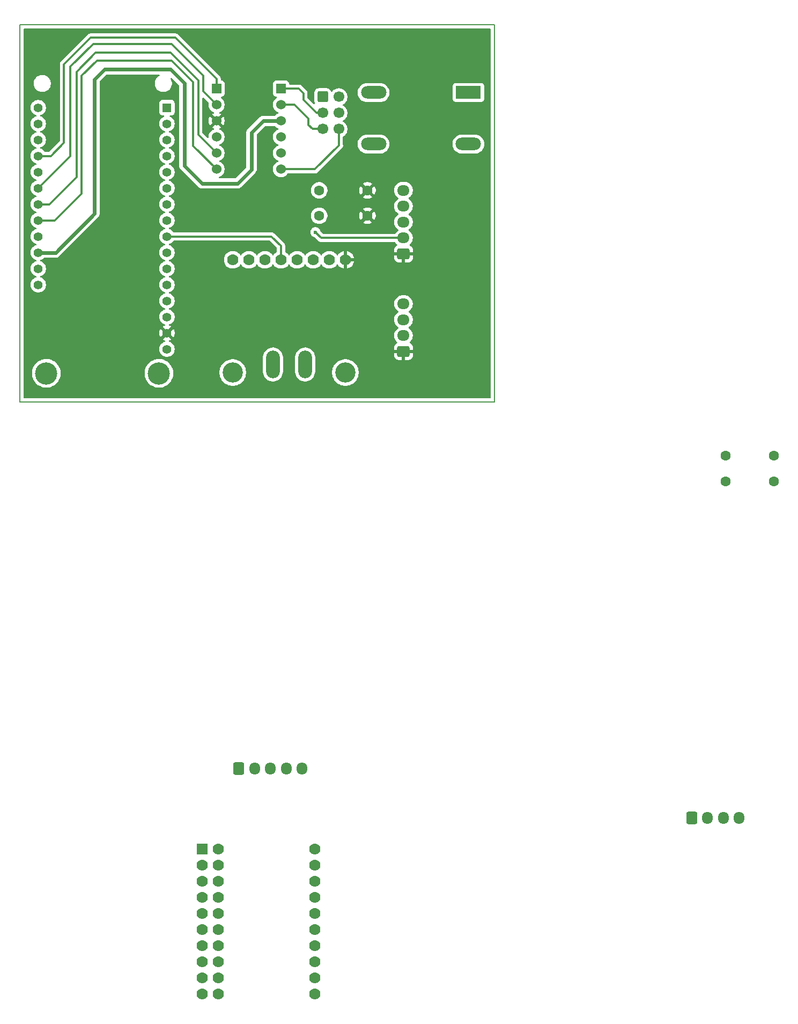
<source format=gbr>
%TF.GenerationSoftware,KiCad,Pcbnew,9.0.2*%
%TF.CreationDate,2025-06-23T18:11:02+02:00*%
%TF.ProjectId,trotten pcb,74726f74-7465-46e2-9070-63622e6b6963,rev?*%
%TF.SameCoordinates,Original*%
%TF.FileFunction,Copper,L1,Top*%
%TF.FilePolarity,Positive*%
%FSLAX46Y46*%
G04 Gerber Fmt 4.6, Leading zero omitted, Abs format (unit mm)*
G04 Created by KiCad (PCBNEW 9.0.2) date 2025-06-23 18:11:02*
%MOMM*%
%LPD*%
G01*
G04 APERTURE LIST*
G04 Aperture macros list*
%AMRoundRect*
0 Rectangle with rounded corners*
0 $1 Rounding radius*
0 $2 $3 $4 $5 $6 $7 $8 $9 X,Y pos of 4 corners*
0 Add a 4 corners polygon primitive as box body*
4,1,4,$2,$3,$4,$5,$6,$7,$8,$9,$2,$3,0*
0 Add four circle primitives for the rounded corners*
1,1,$1+$1,$2,$3*
1,1,$1+$1,$4,$5*
1,1,$1+$1,$6,$7*
1,1,$1+$1,$8,$9*
0 Add four rect primitives between the rounded corners*
20,1,$1+$1,$2,$3,$4,$5,0*
20,1,$1+$1,$4,$5,$6,$7,0*
20,1,$1+$1,$6,$7,$8,$9,0*
20,1,$1+$1,$8,$9,$2,$3,0*%
G04 Aperture macros list end*
%TA.AperFunction,NonConductor*%
%ADD10C,0.200000*%
%TD*%
%TA.AperFunction,ComponentPad*%
%ADD11RoundRect,0.250000X-0.600000X-0.600000X0.600000X-0.600000X0.600000X0.600000X-0.600000X0.600000X0*%
%TD*%
%TA.AperFunction,ComponentPad*%
%ADD12C,1.700000*%
%TD*%
%TA.AperFunction,ComponentPad*%
%ADD13O,2.184400X4.368800*%
%TD*%
%TA.AperFunction,ComponentPad*%
%ADD14C,1.778000*%
%TD*%
%TA.AperFunction,ComponentPad*%
%ADD15C,3.200000*%
%TD*%
%TA.AperFunction,ComponentPad*%
%ADD16C,1.600000*%
%TD*%
%TA.AperFunction,ComponentPad*%
%ADD17RoundRect,0.250000X-0.600000X-0.725000X0.600000X-0.725000X0.600000X0.725000X-0.600000X0.725000X0*%
%TD*%
%TA.AperFunction,ComponentPad*%
%ADD18O,1.700000X1.950000*%
%TD*%
%TA.AperFunction,ComponentPad*%
%ADD19R,1.778000X1.778000*%
%TD*%
%TA.AperFunction,ComponentPad*%
%ADD20RoundRect,0.250000X0.725000X-0.600000X0.725000X0.600000X-0.725000X0.600000X-0.725000X-0.600000X0*%
%TD*%
%TA.AperFunction,ComponentPad*%
%ADD21O,1.950000X1.700000*%
%TD*%
%TA.AperFunction,ComponentPad*%
%ADD22C,1.524000*%
%TD*%
%TA.AperFunction,ComponentPad*%
%ADD23R,1.524000X1.524000*%
%TD*%
%TA.AperFunction,ComponentPad*%
%ADD24R,4.000000X2.000000*%
%TD*%
%TA.AperFunction,ComponentPad*%
%ADD25O,4.000000X2.000000*%
%TD*%
%TA.AperFunction,ComponentPad*%
%ADD26R,1.408000X1.408000*%
%TD*%
%TA.AperFunction,ComponentPad*%
%ADD27C,1.408000*%
%TD*%
%TA.AperFunction,ComponentPad*%
%ADD28C,3.516000*%
%TD*%
%TA.AperFunction,ViaPad*%
%ADD29C,0.600000*%
%TD*%
%TA.AperFunction,Conductor*%
%ADD30C,0.300000*%
%TD*%
%TA.AperFunction,Conductor*%
%ADD31C,0.625000*%
%TD*%
G04 APERTURE END LIST*
D10*
X77400000Y-24400000D02*
X152400000Y-24400000D01*
X152400000Y-83900000D01*
X77400000Y-83900000D01*
X77400000Y-24400000D01*
D11*
%TO.P,J5,6,Pin_6*%
%TO.N,GND*%
X125250000Y-35750000D03*
D12*
%TO.P,J5,5,Pin_5*%
%TO.N,+5V*%
X127790000Y-35750000D03*
%TO.P,J5,4,Pin_4*%
%TO.N,Net-(J5-Pin_4)*%
X125250000Y-38290000D03*
%TO.P,J5,3,Pin_3*%
%TO.N,Net-(J5-Pin_3)*%
X127790000Y-38290000D03*
%TO.P,J5,2,Pin_2*%
%TO.N,Net-(J5-Pin_2)*%
X125250000Y-40830000D03*
%TO.P,J5,1,Pin_1*%
%TO.N,Net-(J5-Pin_1)*%
X127790000Y-40830000D03*
%TD*%
D13*
%TO.P,U7,1,IN+*%
%TO.N,+12V*%
X122475000Y-77966800D03*
D14*
X113585000Y-61456800D03*
%TO.P,U7,6,GND*%
%TO.N,GND*%
X126285000Y-61456800D03*
%TO.P,U7,7,ALERT*%
%TO.N,INT CUR - GP39*%
X118665000Y-61456800D03*
%TO.P,U7,8,SDA*%
%TO.N,SDA - GPI 23*%
X121205000Y-61456800D03*
%TO.P,U7,9,SCL*%
%TO.N,SCL - GP22*%
X123745000Y-61456800D03*
%TO.P,U7,10,VS*%
%TO.N,+3.3V*%
X128825000Y-61456800D03*
%TO.P,U7,12,VBUS*%
%TO.N,unconnected-(U7-VBUS-Pad12)*%
X116125000Y-61456800D03*
D13*
%TO.P,U7,14,IN-*%
%TO.N,Net-(U7-IN--Pad14)*%
X117395000Y-77966800D03*
D14*
X111045000Y-61456800D03*
D15*
%TO.P,U7,P$1*%
%TO.N,N/C*%
X128825000Y-79236800D03*
X111045000Y-79236800D03*
%TD*%
D16*
%TO.P,R4,1*%
%TO.N,SDA - GPI 23*%
X124690000Y-54500000D03*
%TO.P,R4,2*%
%TO.N,+3.3V*%
X132310000Y-54500000D03*
%TD*%
%TO.P,R3,1*%
%TO.N,SCL - GP22*%
X124690000Y-50500000D03*
%TO.P,R3,2*%
%TO.N,+3.3V*%
X132310000Y-50500000D03*
%TD*%
%TO.P,R2,1*%
%TO.N,+3.3V*%
X188880000Y-96400000D03*
%TO.P,R2,2*%
%TO.N,Net-(MODULE1-SDA{slash}SI)*%
X196500000Y-96400000D03*
%TD*%
%TO.P,R1,1*%
%TO.N,+3.3V*%
X188880000Y-92350000D03*
%TO.P,R1,2*%
%TO.N,Net-(MODULE1-SCL{slash}SCK)*%
X196500000Y-92350000D03*
%TD*%
D17*
%TO.P,J3,1,Pin_1*%
%TO.N,+3.3V*%
X112000000Y-141700000D03*
D18*
%TO.P,J3,2,Pin_2*%
%TO.N,Net-(Brd1-SDA)*%
X114500000Y-141700000D03*
%TO.P,J3,3,Pin_3*%
%TO.N,Net-(Brd1-SCL)*%
X117000000Y-141700000D03*
%TO.P,J3,4,Pin_4*%
%TO.N,Net-(J3-Pin_4)*%
X119500000Y-141700000D03*
%TO.P,J3,5,Pin_5*%
%TO.N,GND*%
X122000000Y-141700000D03*
%TD*%
D19*
%TO.P,MODULE1,1,GND*%
%TO.N,GND*%
X106220000Y-154420000D03*
D14*
%TO.P,MODULE1,2,ITA*%
%TO.N,unconnected-(MODULE1-ITA-Pad2)*%
X106220000Y-156960000D03*
%TO.P,MODULE1,3,A0*%
%TO.N,unconnected-(MODULE1-A0-Pad3)*%
X106220000Y-159500000D03*
%TO.P,MODULE1,4,A1*%
%TO.N,unconnected-(MODULE1-A1-Pad4)*%
X106220000Y-162040000D03*
%TO.P,MODULE1,5,A2*%
%TO.N,unconnected-(MODULE1-A2-Pad5)*%
X106220000Y-164580000D03*
%TO.P,MODULE1,6,A3*%
%TO.N,unconnected-(MODULE1-A3-Pad6)*%
X106220000Y-167120000D03*
%TO.P,MODULE1,7,A4*%
%TO.N,unconnected-(MODULE1-A4-Pad7)*%
X106220000Y-169660000D03*
%TO.P,MODULE1,8,A5*%
%TO.N,unconnected-(MODULE1-A5-Pad8)*%
X106220000Y-172200000D03*
%TO.P,MODULE1,9,A6*%
%TO.N,unconnected-(MODULE1-A6-Pad9)*%
X106220000Y-174740000D03*
%TO.P,MODULE1,10,A7*%
%TO.N,unconnected-(MODULE1-A7-Pad10)*%
X106220000Y-177280000D03*
%TO.P,MODULE1,11,VCC*%
%TO.N,+3.3V*%
X108760000Y-154420000D03*
%TO.P,MODULE1,12,ITB*%
%TO.N,Net-(J3-Pin_4)*%
X108760000Y-156960000D03*
%TO.P,MODULE1,13,B0*%
%TO.N,unconnected-(MODULE1-B0-Pad13)*%
X108760000Y-159500000D03*
%TO.P,MODULE1,14,B1*%
%TO.N,unconnected-(MODULE1-B1-Pad14)*%
X108760000Y-162040000D03*
%TO.P,MODULE1,15,B2*%
%TO.N,unconnected-(MODULE1-B2-Pad15)*%
X108760000Y-164580000D03*
%TO.P,MODULE1,16,B3*%
%TO.N,Net-(MODULE1-B3)*%
X108760000Y-167120000D03*
%TO.P,MODULE1,17,B4*%
%TO.N,Net-(MODULE1-B4)*%
X108760000Y-169660000D03*
%TO.P,MODULE1,18,B5*%
%TO.N,Net-(MODULE1-B5)*%
X108760000Y-172200000D03*
%TO.P,MODULE1,19,B6*%
%TO.N,Net-(MODULE1-B6)*%
X108760000Y-174740000D03*
%TO.P,MODULE1,20,B7*%
%TO.N,Net-(MODULE1-B7)*%
X108760000Y-177280000D03*
%TO.P,MODULE1,21,X2*%
%TO.N,unconnected-(MODULE1-X2-Pad21)*%
X124000000Y-177280000D03*
%TO.P,MODULE1,22,X1*%
%TO.N,unconnected-(MODULE1-X1-Pad22)*%
X124000000Y-174740000D03*
%TO.P,MODULE1,23,X0*%
%TO.N,unconnected-(MODULE1-X0-Pad23)*%
X124000000Y-172200000D03*
%TO.P,MODULE1,24,RESET*%
%TO.N,unconnected-(MODULE1-RESET-Pad24)*%
X124000000Y-169660000D03*
%TO.P,MODULE1,25,NC/S0*%
%TO.N,unconnected-(MODULE1-NC{slash}S0-Pad25)*%
X124000000Y-167120000D03*
%TO.P,MODULE1,26,NC/CS*%
%TO.N,unconnected-(MODULE1-NC{slash}CS-Pad26)*%
X124000000Y-164580000D03*
%TO.P,MODULE1,27,SDA/SI*%
%TO.N,Net-(MODULE1-SDA{slash}SI)*%
X124000000Y-162040000D03*
%TO.P,MODULE1,28,SCL/SCK*%
%TO.N,Net-(MODULE1-SCL{slash}SCK)*%
X124000000Y-159500000D03*
%TO.P,MODULE1,29,GND*%
%TO.N,GND*%
X124000000Y-156960000D03*
%TO.P,MODULE1,30,VCC*%
%TO.N,+3.3V*%
X124000000Y-154420000D03*
%TD*%
D20*
%TO.P,J1,1,Pin_1*%
%TO.N,+3.3V*%
X138000000Y-75900000D03*
D21*
%TO.P,J1,2,Pin_2*%
%TO.N,TRIG - D14*%
X138000000Y-73400000D03*
%TO.P,J1,3,Pin_3*%
%TO.N,ECHO - D15*%
X138000000Y-70900000D03*
%TO.P,J1,4,Pin_4*%
%TO.N,GND*%
X138000000Y-68400000D03*
%TD*%
D22*
%TO.P,U2,GND_1,GND*%
%TO.N,GND*%
X118660000Y-42080000D03*
%TO.P,U2,GND_2,GND*%
X108500000Y-42080000D03*
%TO.P,U2,HV,HV*%
%TO.N,+5V*%
X118660000Y-39540000D03*
D23*
%TO.P,U2,HV1,HV1*%
%TO.N,Net-(J5-Pin_4)*%
X118660000Y-34460000D03*
D22*
%TO.P,U2,HV2,HV2*%
%TO.N,Net-(J5-Pin_2)*%
X118660000Y-37000000D03*
%TO.P,U2,HV3,HV3*%
%TO.N,Net-(J5-Pin_3)*%
X118660000Y-44620000D03*
%TO.P,U2,HV4,HV4*%
%TO.N,Net-(J5-Pin_1)*%
X118660000Y-47160000D03*
%TO.P,U2,LV,LV*%
%TO.N,+3.3V*%
X108500000Y-39540000D03*
D23*
%TO.P,U2,LV1,LV1*%
%TO.N,L-EN*%
X108500000Y-34460000D03*
D22*
%TO.P,U2,LV2,LV2*%
%TO.N,L-PWM*%
X108500000Y-37000000D03*
%TO.P,U2,LV3,LV3*%
%TO.N,R-EN*%
X108500000Y-44620000D03*
%TO.P,U2,LV4,LV4*%
%TO.N,R-PWM*%
X108500000Y-47160000D03*
%TD*%
D24*
%TO.P,U1,1,IN*%
%TO.N,+12V*%
X148250000Y-35067000D03*
D25*
%TO.P,U1,2,GND*%
%TO.N,GND*%
X148250000Y-43187000D03*
%TO.P,U1,3,OUT*%
%TO.N,+5V*%
X133270000Y-35067000D03*
%TO.P,U1,4,GND*%
%TO.N,GND*%
X133270000Y-43187000D03*
%TD*%
D17*
%TO.P,J4,1,Pin_1*%
%TO.N,Net-(J4-Pin_1)*%
X183500000Y-149500000D03*
D18*
%TO.P,J4,2,Pin_2*%
%TO.N,Net-(J4-Pin_2)*%
X186000000Y-149500000D03*
%TO.P,J4,3,Pin_3*%
%TO.N,Net-(J4-Pin_3)*%
X188500000Y-149500000D03*
%TO.P,J4,4,Pin_4*%
%TO.N,Net-(J4-Pin_4)*%
X191000000Y-149500000D03*
%TD*%
D20*
%TO.P,J2,1,Pin_1*%
%TO.N,+3.3V*%
X138000000Y-60500000D03*
D21*
%TO.P,J2,2,Pin_2*%
%TO.N,SDA - GPI 23*%
X138000000Y-58000000D03*
%TO.P,J2,3,Pin_3*%
%TO.N,SCL - GP22*%
X138000000Y-55500000D03*
%TO.P,J2,4,Pin_4*%
%TO.N,INT B - GP34*%
X138000000Y-53000000D03*
%TO.P,J2,5,Pin_5*%
%TO.N,GND*%
X138000000Y-50500000D03*
%TD*%
D26*
%TO.P,U3,1,IO21*%
%TO.N,unconnected-(U3-IO21-Pad1)*%
X100660000Y-37450000D03*
D27*
%TO.P,U3,2,TX/IO17*%
%TO.N,unconnected-(U3-TX{slash}IO17-Pad2)*%
X100660000Y-39990000D03*
%TO.P,U3,3,RX/IO16*%
%TO.N,unconnected-(U3-RX{slash}IO16-Pad3)*%
X100660000Y-42530000D03*
%TO.P,U3,4,MISO/IO19*%
%TO.N,unconnected-(U3-MISO{slash}IO19-Pad4)*%
X100660000Y-45070000D03*
%TO.P,U3,5,MOSI/IO18*%
%TO.N,unconnected-(U3-MOSI{slash}IO18-Pad5)*%
X100660000Y-47610000D03*
%TO.P,U3,6,SCK/IO5*%
%TO.N,unconnected-(U3-SCK{slash}IO5-Pad6)*%
X100660000Y-50150000D03*
%TO.P,U3,7,A5/IO4*%
%TO.N,unconnected-(U3-A5{slash}IO4-Pad7)*%
X100660000Y-52690000D03*
%TO.P,U3,8,A4/IO36*%
%TO.N,unconnected-(U3-A4{slash}IO36-Pad8)*%
X100660000Y-55230000D03*
%TO.P,U3,9,A3/IO39*%
%TO.N,INT CUR - GP39*%
X100660000Y-57770000D03*
%TO.P,U3,10,A2/IO34*%
%TO.N,INT B - GP34*%
X100660000Y-60310000D03*
%TO.P,U3,11,A1_DAC1*%
%TO.N,unconnected-(U3-A1_DAC1-Pad11)*%
X100660000Y-62850000D03*
%TO.P,U3,12,A0_DAC2*%
%TO.N,unconnected-(U3-A0_DAC2-Pad12)*%
X100660000Y-65390000D03*
%TO.P,U3,13,GND*%
%TO.N,GND*%
X100660000Y-67930000D03*
%TO.P,U3,14,NC*%
%TO.N,unconnected-(U3-NC-Pad14)*%
X100660000Y-70470000D03*
%TO.P,U3,15,3V*%
%TO.N,+3.3V*%
X100660000Y-73010000D03*
%TO.P,U3,16,RST*%
%TO.N,unconnected-(U3-RST-Pad16)*%
X100660000Y-75550000D03*
%TO.P,U3,17,VBAT*%
%TO.N,unconnected-(U3-VBAT-Pad17)*%
X80340000Y-65390000D03*
%TO.P,U3,18,EN*%
%TO.N,unconnected-(U3-EN-Pad18)*%
X80340000Y-62850000D03*
%TO.P,U3,19,VBUS*%
%TO.N,+5V*%
X80340000Y-60310000D03*
%TO.P,U3,20,A12/IO13*%
%TO.N,D13*%
X80340000Y-57770000D03*
%TO.P,U3,21,A11/IO12*%
%TO.N,R-PWM*%
X80340000Y-55230000D03*
%TO.P,U3,22,A10/IO27*%
%TO.N,R-EN*%
X80340000Y-52690000D03*
%TO.P,U3,23,A9/IO33*%
%TO.N,L-PWM*%
X80340000Y-50150000D03*
%TO.P,U3,24,A8/IO15*%
%TO.N,ECHO - D15*%
X80340000Y-47610000D03*
%TO.P,U3,25,A7/IO32*%
%TO.N,L-EN*%
X80340000Y-45070000D03*
%TO.P,U3,26,A6/IO14*%
%TO.N,TRIG - D14*%
X80340000Y-42530000D03*
%TO.P,U3,27,SCL/IO22*%
%TO.N,SCL - GP22*%
X80340000Y-39990000D03*
%TO.P,U3,28,SDA/IO23*%
%TO.N,SDA - GPI 23*%
X80340000Y-37450000D03*
D28*
%TO.P,U3,P1*%
%TO.N,N/C*%
X99390000Y-79360000D03*
%TO.P,U3,P2*%
X81610000Y-79360000D03*
%TD*%
D29*
%TO.N,SDA - GPI 23*%
X124100000Y-57100000D03*
%TD*%
D30*
%TO.N,INT CUR - GP39*%
X118665000Y-59265000D02*
X118665000Y-61456800D01*
X117170000Y-57770000D02*
X118665000Y-59265000D01*
X100660000Y-57770000D02*
X117170000Y-57770000D01*
%TO.N,SDA - GPI 23*%
X125000000Y-58000000D02*
X138000000Y-58000000D01*
X124100000Y-57100000D02*
X125000000Y-58000000D01*
D31*
%TO.N,+5V*%
X115860000Y-39540000D02*
X118660000Y-39540000D01*
X114000000Y-41400000D02*
X115860000Y-39540000D01*
X114000000Y-47200000D02*
X114000000Y-41400000D01*
X111800000Y-49400000D02*
X114000000Y-47200000D01*
X106200000Y-49400000D02*
X111800000Y-49400000D01*
X103400000Y-46600000D02*
X106200000Y-49400000D01*
X103400000Y-33600000D02*
X103400000Y-46600000D01*
X101200000Y-31400000D02*
X103400000Y-33600000D01*
X90800000Y-31400000D02*
X101200000Y-31400000D01*
X89200000Y-54200000D02*
X89200000Y-33000000D01*
X89200000Y-33000000D02*
X90800000Y-31400000D01*
X83090000Y-60310000D02*
X89200000Y-54200000D01*
X80340000Y-60310000D02*
X83090000Y-60310000D01*
D30*
%TO.N,L-EN*%
X102000000Y-26400000D02*
X108500000Y-32900000D01*
X88600000Y-26400000D02*
X102000000Y-26400000D01*
X84400000Y-43000000D02*
X84400000Y-30600000D01*
X108500000Y-32900000D02*
X108500000Y-34460000D01*
X82330000Y-45070000D02*
X84400000Y-43000000D01*
X84400000Y-30600000D02*
X88600000Y-26400000D01*
X80340000Y-45070000D02*
X82330000Y-45070000D01*
%TO.N,R-PWM*%
X89600000Y-30000000D02*
X87200000Y-32400000D01*
X87200000Y-32400000D02*
X87200000Y-51000000D01*
X82970000Y-55230000D02*
X80340000Y-55230000D01*
X101400000Y-30000000D02*
X89600000Y-30000000D01*
X87200000Y-51000000D02*
X82970000Y-55230000D01*
X104800000Y-33400000D02*
X101400000Y-30000000D01*
X108500000Y-47160000D02*
X104800000Y-43460000D01*
X104800000Y-43460000D02*
X104800000Y-33400000D01*
%TO.N,R-EN*%
X105600000Y-41720000D02*
X108500000Y-44620000D01*
X89400000Y-28800000D02*
X101200000Y-28800000D01*
X101200000Y-28800000D02*
X105600000Y-33200000D01*
X86400000Y-48400000D02*
X86400000Y-31800000D01*
X105600000Y-33200000D02*
X105600000Y-41720000D01*
X82110000Y-52690000D02*
X86400000Y-48400000D01*
X86400000Y-31800000D02*
X89400000Y-28800000D01*
X80340000Y-52690000D02*
X82110000Y-52690000D01*
%TO.N,L-PWM*%
X101400000Y-27400000D02*
X89000000Y-27400000D01*
X106400000Y-32400000D02*
X101400000Y-27400000D01*
X85400000Y-45090000D02*
X80340000Y-50150000D01*
X106400000Y-34900000D02*
X106400000Y-32400000D01*
X108500000Y-37000000D02*
X106400000Y-34900000D01*
X89000000Y-27400000D02*
X85400000Y-31000000D01*
X85400000Y-31000000D02*
X85400000Y-45090000D01*
%TO.N,Net-(J5-Pin_1)*%
X127790000Y-43390000D02*
X127790000Y-40830000D01*
X127800000Y-43400000D02*
X127790000Y-43390000D01*
X124040000Y-47160000D02*
X127800000Y-43400000D01*
X118660000Y-47160000D02*
X124040000Y-47160000D01*
%TO.N,Net-(J5-Pin_4)*%
X121460000Y-34460000D02*
X118660000Y-34460000D01*
X122200000Y-35200000D02*
X121460000Y-34460000D01*
X124290000Y-38290000D02*
X122200000Y-36200000D01*
X125250000Y-38290000D02*
X124290000Y-38290000D01*
X122200000Y-36200000D02*
X122200000Y-35200000D01*
%TO.N,Net-(J5-Pin_2)*%
X123630000Y-40830000D02*
X125250000Y-40830000D01*
X123000000Y-39200000D02*
X123000000Y-40200000D01*
X120800000Y-37000000D02*
X123000000Y-39200000D01*
X118660000Y-37000000D02*
X120800000Y-37000000D01*
X123000000Y-40200000D02*
X123630000Y-40830000D01*
%TD*%
%TA.AperFunction,Conductor*%
%TO.N,+3.3V*%
G36*
X106455703Y-35876095D02*
G01*
X106462181Y-35882127D01*
X107226075Y-36646021D01*
X107259560Y-36707344D01*
X107260867Y-36753099D01*
X107250477Y-36818703D01*
X107237500Y-36900639D01*
X107237500Y-37099361D01*
X107242430Y-37130486D01*
X107268587Y-37295637D01*
X107329993Y-37484629D01*
X107329994Y-37484632D01*
X107379699Y-37582182D01*
X107420213Y-37661694D01*
X107537019Y-37822464D01*
X107677536Y-37962981D01*
X107838306Y-38079787D01*
X107995332Y-38159796D01*
X108046127Y-38207769D01*
X108062922Y-38275590D01*
X108040385Y-38341725D01*
X107995332Y-38380764D01*
X107838566Y-38460641D01*
X107801283Y-38487729D01*
X107801282Y-38487730D01*
X108364058Y-39050504D01*
X108303919Y-39066619D01*
X108188080Y-39133498D01*
X108093498Y-39228080D01*
X108026619Y-39343919D01*
X108010504Y-39404057D01*
X107447730Y-38841282D01*
X107447729Y-38841283D01*
X107420643Y-38878564D01*
X107330457Y-39055562D01*
X107269075Y-39244476D01*
X107269075Y-39244479D01*
X107238000Y-39440678D01*
X107238000Y-39639321D01*
X107269075Y-39835520D01*
X107269075Y-39835523D01*
X107330457Y-40024437D01*
X107420641Y-40201432D01*
X107447730Y-40238715D01*
X107447731Y-40238716D01*
X108010504Y-39675942D01*
X108026619Y-39736081D01*
X108093498Y-39851920D01*
X108188080Y-39946502D01*
X108303919Y-40013381D01*
X108364057Y-40029494D01*
X107801283Y-40592268D01*
X107801283Y-40592269D01*
X107838567Y-40619358D01*
X107995331Y-40699234D01*
X108046127Y-40747209D01*
X108062922Y-40815030D01*
X108040384Y-40881165D01*
X107995331Y-40920204D01*
X107838305Y-41000213D01*
X107677533Y-41117021D01*
X107537021Y-41257533D01*
X107420213Y-41418305D01*
X107329994Y-41595367D01*
X107329993Y-41595370D01*
X107268587Y-41784362D01*
X107237500Y-41980639D01*
X107237500Y-42138192D01*
X107217815Y-42205231D01*
X107165011Y-42250986D01*
X107095853Y-42260930D01*
X107032297Y-42231905D01*
X107025819Y-42225873D01*
X106286819Y-41486873D01*
X106253334Y-41425550D01*
X106250500Y-41399192D01*
X106250500Y-35969808D01*
X106270185Y-35902769D01*
X106322989Y-35857014D01*
X106392147Y-35847070D01*
X106455703Y-35876095D01*
G37*
%TD.AperFunction*%
%TA.AperFunction,Conductor*%
G36*
X151742539Y-25020185D02*
G01*
X151788294Y-25072989D01*
X151799500Y-25124500D01*
X151799500Y-83175500D01*
X151779815Y-83242539D01*
X151727011Y-83288294D01*
X151675500Y-83299500D01*
X78124500Y-83299500D01*
X78057461Y-83279815D01*
X78011706Y-83227011D01*
X78000500Y-83175500D01*
X78000500Y-79211962D01*
X79351500Y-79211962D01*
X79351500Y-79508037D01*
X79383685Y-79752503D01*
X79390144Y-79801557D01*
X79466769Y-80087529D01*
X79543943Y-80273841D01*
X79580070Y-80361059D01*
X79580071Y-80361060D01*
X79728096Y-80617447D01*
X79908324Y-80852326D01*
X79908330Y-80852333D01*
X80117666Y-81061669D01*
X80117673Y-81061675D01*
X80352552Y-81241903D01*
X80608939Y-81389928D01*
X80608940Y-81389929D01*
X80608943Y-81389930D01*
X80608948Y-81389933D01*
X80882471Y-81503231D01*
X81168443Y-81579856D01*
X81461970Y-81618500D01*
X81461977Y-81618500D01*
X81758023Y-81618500D01*
X81758030Y-81618500D01*
X82051557Y-81579856D01*
X82337529Y-81503231D01*
X82611052Y-81389933D01*
X82867448Y-81241903D01*
X83102328Y-81061674D01*
X83311674Y-80852328D01*
X83491903Y-80617448D01*
X83639933Y-80361052D01*
X83753231Y-80087529D01*
X83829856Y-79801557D01*
X83868500Y-79508030D01*
X83868500Y-79211970D01*
X83868499Y-79211962D01*
X97131500Y-79211962D01*
X97131500Y-79508037D01*
X97163685Y-79752503D01*
X97170144Y-79801557D01*
X97246769Y-80087529D01*
X97323943Y-80273841D01*
X97360070Y-80361059D01*
X97360071Y-80361060D01*
X97508096Y-80617447D01*
X97688324Y-80852326D01*
X97688330Y-80852333D01*
X97897666Y-81061669D01*
X97897673Y-81061675D01*
X98132552Y-81241903D01*
X98388939Y-81389928D01*
X98388940Y-81389929D01*
X98388943Y-81389930D01*
X98388948Y-81389933D01*
X98662471Y-81503231D01*
X98948443Y-81579856D01*
X99241970Y-81618500D01*
X99241977Y-81618500D01*
X99538023Y-81618500D01*
X99538030Y-81618500D01*
X99831557Y-81579856D01*
X100117529Y-81503231D01*
X100391052Y-81389933D01*
X100647448Y-81241903D01*
X100882328Y-81061674D01*
X101091674Y-80852328D01*
X101271903Y-80617448D01*
X101419933Y-80361052D01*
X101533231Y-80087529D01*
X101609856Y-79801557D01*
X101648500Y-79508030D01*
X101648500Y-79211970D01*
X101633644Y-79099132D01*
X108944500Y-79099132D01*
X108944500Y-79374467D01*
X108944501Y-79374484D01*
X108980438Y-79647455D01*
X108980439Y-79647460D01*
X108980440Y-79647466D01*
X108986581Y-79670385D01*
X109051704Y-79913430D01*
X109157075Y-80167817D01*
X109157080Y-80167828D01*
X109239861Y-80311207D01*
X109294751Y-80406279D01*
X109294753Y-80406282D01*
X109294754Y-80406283D01*
X109462370Y-80624726D01*
X109462376Y-80624733D01*
X109657066Y-80819423D01*
X109657072Y-80819428D01*
X109875521Y-80987049D01*
X110004775Y-81061674D01*
X110113971Y-81124719D01*
X110113976Y-81124721D01*
X110113979Y-81124723D01*
X110368368Y-81230095D01*
X110634334Y-81301360D01*
X110907326Y-81337300D01*
X110907333Y-81337300D01*
X111182667Y-81337300D01*
X111182674Y-81337300D01*
X111455666Y-81301360D01*
X111721632Y-81230095D01*
X111976021Y-81124723D01*
X112214479Y-80987049D01*
X112432928Y-80819428D01*
X112627628Y-80624728D01*
X112795249Y-80406279D01*
X112932923Y-80167821D01*
X113038295Y-79913432D01*
X113109560Y-79647466D01*
X113145500Y-79374474D01*
X113145500Y-79099126D01*
X113109560Y-78826134D01*
X113038295Y-78560168D01*
X112932923Y-78305779D01*
X112932921Y-78305776D01*
X112932919Y-78305771D01*
X112883732Y-78220578D01*
X112795249Y-78067321D01*
X112726099Y-77977203D01*
X112627629Y-77848873D01*
X112627623Y-77848866D01*
X112432933Y-77654176D01*
X112432926Y-77654170D01*
X112214483Y-77486554D01*
X112214482Y-77486553D01*
X112214479Y-77486551D01*
X112119407Y-77431661D01*
X111976028Y-77348880D01*
X111976017Y-77348875D01*
X111721630Y-77243504D01*
X111588649Y-77207872D01*
X111455666Y-77172240D01*
X111455660Y-77172239D01*
X111455655Y-77172238D01*
X111182684Y-77136301D01*
X111182679Y-77136300D01*
X111182674Y-77136300D01*
X110907326Y-77136300D01*
X110907320Y-77136300D01*
X110907315Y-77136301D01*
X110634344Y-77172238D01*
X110634337Y-77172239D01*
X110634334Y-77172240D01*
X110589116Y-77184356D01*
X110368369Y-77243504D01*
X110113982Y-77348875D01*
X110113971Y-77348880D01*
X109875516Y-77486554D01*
X109657073Y-77654170D01*
X109657066Y-77654176D01*
X109462376Y-77848866D01*
X109462370Y-77848873D01*
X109294754Y-78067316D01*
X109157080Y-78305771D01*
X109157075Y-78305782D01*
X109051704Y-78560169D01*
X108980441Y-78826131D01*
X108980438Y-78826144D01*
X108944501Y-79099115D01*
X108944500Y-79099132D01*
X101633644Y-79099132D01*
X101609856Y-78918443D01*
X101533231Y-78632471D01*
X101419933Y-78358948D01*
X101419930Y-78358943D01*
X101419929Y-78358940D01*
X101419928Y-78358939D01*
X101271903Y-78102552D01*
X101091675Y-77867673D01*
X101091669Y-77867666D01*
X100882333Y-77658330D01*
X100882326Y-77658324D01*
X100647447Y-77478096D01*
X100391060Y-77330071D01*
X100391059Y-77330070D01*
X100391052Y-77330067D01*
X100117529Y-77216769D01*
X99831557Y-77140144D01*
X99782503Y-77133685D01*
X99538037Y-77101500D01*
X99538030Y-77101500D01*
X99241970Y-77101500D01*
X99241962Y-77101500D01*
X98977633Y-77136301D01*
X98948443Y-77140144D01*
X98853119Y-77165685D01*
X98662477Y-77216767D01*
X98662473Y-77216768D01*
X98662471Y-77216769D01*
X98662464Y-77216772D01*
X98388940Y-77330070D01*
X98388939Y-77330071D01*
X98132552Y-77478096D01*
X97897673Y-77658324D01*
X97897666Y-77658330D01*
X97688330Y-77867666D01*
X97688324Y-77867673D01*
X97508096Y-78102552D01*
X97360071Y-78358939D01*
X97360070Y-78358940D01*
X97246772Y-78632464D01*
X97246767Y-78632477D01*
X97170145Y-78918440D01*
X97170143Y-78918451D01*
X97131500Y-79211962D01*
X83868499Y-79211962D01*
X83829856Y-78918443D01*
X83753231Y-78632471D01*
X83639933Y-78358948D01*
X83639930Y-78358943D01*
X83639929Y-78358940D01*
X83639928Y-78358939D01*
X83491903Y-78102552D01*
X83311675Y-77867673D01*
X83311669Y-77867666D01*
X83102333Y-77658330D01*
X83102326Y-77658324D01*
X82867447Y-77478096D01*
X82611060Y-77330071D01*
X82611059Y-77330070D01*
X82611052Y-77330067D01*
X82337529Y-77216769D01*
X82051557Y-77140144D01*
X82002503Y-77133685D01*
X81758037Y-77101500D01*
X81758030Y-77101500D01*
X81461970Y-77101500D01*
X81461962Y-77101500D01*
X81197633Y-77136301D01*
X81168443Y-77140144D01*
X81073119Y-77165685D01*
X80882477Y-77216767D01*
X80882473Y-77216768D01*
X80882471Y-77216769D01*
X80882464Y-77216772D01*
X80608940Y-77330070D01*
X80608939Y-77330071D01*
X80352552Y-77478096D01*
X80117673Y-77658324D01*
X80117666Y-77658330D01*
X79908330Y-77867666D01*
X79908324Y-77867673D01*
X79728096Y-78102552D01*
X79580071Y-78358939D01*
X79580070Y-78358940D01*
X79466772Y-78632464D01*
X79466767Y-78632477D01*
X79390145Y-78918440D01*
X79390143Y-78918451D01*
X79351500Y-79211962D01*
X78000500Y-79211962D01*
X78000500Y-37355199D01*
X79135500Y-37355199D01*
X79135500Y-37544800D01*
X79160337Y-37701615D01*
X79165158Y-37732055D01*
X79194533Y-37822460D01*
X79223747Y-37912372D01*
X79309050Y-38079786D01*
X79309819Y-38081296D01*
X79421259Y-38234679D01*
X79555321Y-38368741D01*
X79708704Y-38480181D01*
X79788515Y-38520846D01*
X79877627Y-38566252D01*
X79877629Y-38566252D01*
X79877632Y-38566254D01*
X79987860Y-38602069D01*
X80045534Y-38641507D01*
X80072732Y-38705866D01*
X80060817Y-38774712D01*
X80013573Y-38826188D01*
X79987861Y-38837929D01*
X79977542Y-38841283D01*
X79877627Y-38873747D01*
X79708703Y-38959819D01*
X79555319Y-39071260D01*
X79421260Y-39205319D01*
X79309819Y-39358703D01*
X79223747Y-39527627D01*
X79165157Y-39707949D01*
X79135500Y-39895199D01*
X79135500Y-40084800D01*
X79163893Y-40264069D01*
X79165158Y-40272055D01*
X79191459Y-40353000D01*
X79223747Y-40452372D01*
X79295029Y-40592269D01*
X79309819Y-40621296D01*
X79421259Y-40774679D01*
X79555321Y-40908741D01*
X79708704Y-41020181D01*
X79788515Y-41060846D01*
X79877627Y-41106252D01*
X79877629Y-41106252D01*
X79877632Y-41106254D01*
X79987860Y-41142069D01*
X80045534Y-41181507D01*
X80072732Y-41245866D01*
X80060817Y-41314712D01*
X80013573Y-41366188D01*
X79987861Y-41377929D01*
X79945838Y-41391583D01*
X79877627Y-41413747D01*
X79708703Y-41499819D01*
X79555319Y-41611260D01*
X79421260Y-41745319D01*
X79309819Y-41898703D01*
X79223747Y-42067627D01*
X79165157Y-42247949D01*
X79135500Y-42435199D01*
X79135500Y-42624800D01*
X79165157Y-42812050D01*
X79165158Y-42812055D01*
X79172819Y-42835632D01*
X79223747Y-42992372D01*
X79273080Y-43089192D01*
X79309819Y-43161296D01*
X79421259Y-43314679D01*
X79555321Y-43448741D01*
X79708704Y-43560181D01*
X79766709Y-43589736D01*
X79877627Y-43646252D01*
X79877629Y-43646252D01*
X79877632Y-43646254D01*
X79987860Y-43682069D01*
X80045534Y-43721507D01*
X80072732Y-43785866D01*
X80060817Y-43854712D01*
X80013573Y-43906188D01*
X79987861Y-43917929D01*
X79945838Y-43931583D01*
X79877627Y-43953747D01*
X79708703Y-44039819D01*
X79555319Y-44151260D01*
X79421260Y-44285319D01*
X79309819Y-44438703D01*
X79223747Y-44607627D01*
X79165157Y-44787949D01*
X79135500Y-44975199D01*
X79135500Y-45164800D01*
X79154014Y-45281694D01*
X79165158Y-45352055D01*
X79194534Y-45442464D01*
X79223747Y-45532372D01*
X79281881Y-45646465D01*
X79309819Y-45701296D01*
X79421259Y-45854679D01*
X79555321Y-45988741D01*
X79708704Y-46100181D01*
X79788515Y-46140846D01*
X79877627Y-46186252D01*
X79877629Y-46186252D01*
X79877632Y-46186254D01*
X79987860Y-46222069D01*
X80045534Y-46261507D01*
X80072732Y-46325866D01*
X80060817Y-46394712D01*
X80013573Y-46446188D01*
X79987861Y-46457929D01*
X79945838Y-46471583D01*
X79877627Y-46493747D01*
X79708703Y-46579819D01*
X79555319Y-46691260D01*
X79421260Y-46825319D01*
X79309819Y-46978703D01*
X79223747Y-47147627D01*
X79165157Y-47327949D01*
X79135500Y-47515199D01*
X79135500Y-47704800D01*
X79154014Y-47821694D01*
X79165158Y-47892055D01*
X79194533Y-47982460D01*
X79223747Y-48072372D01*
X79309050Y-48239786D01*
X79309819Y-48241296D01*
X79421259Y-48394679D01*
X79555321Y-48528741D01*
X79708704Y-48640181D01*
X79788515Y-48680846D01*
X79877627Y-48726252D01*
X79877629Y-48726252D01*
X79877632Y-48726254D01*
X79987860Y-48762069D01*
X80045534Y-48801507D01*
X80072732Y-48865866D01*
X80060817Y-48934712D01*
X80013573Y-48986188D01*
X79987861Y-48997929D01*
X79945838Y-49011583D01*
X79877627Y-49033747D01*
X79708703Y-49119819D01*
X79555319Y-49231260D01*
X79421260Y-49365319D01*
X79309819Y-49518703D01*
X79223747Y-49687627D01*
X79184153Y-49809482D01*
X79172057Y-49846714D01*
X79165157Y-49867949D01*
X79135500Y-50055199D01*
X79135500Y-50244800D01*
X79159714Y-50397682D01*
X79165158Y-50432055D01*
X79204346Y-50552661D01*
X79223747Y-50612372D01*
X79302470Y-50766873D01*
X79309819Y-50781296D01*
X79421259Y-50934679D01*
X79555321Y-51068741D01*
X79708704Y-51180181D01*
X79762941Y-51207816D01*
X79877627Y-51266252D01*
X79877629Y-51266252D01*
X79877632Y-51266254D01*
X79987860Y-51302069D01*
X80045534Y-51341507D01*
X80072732Y-51405866D01*
X80060817Y-51474712D01*
X80013573Y-51526188D01*
X79987861Y-51537929D01*
X79945838Y-51551583D01*
X79877627Y-51573747D01*
X79708703Y-51659819D01*
X79555319Y-51771260D01*
X79421260Y-51905319D01*
X79309819Y-52058703D01*
X79223747Y-52227627D01*
X79165157Y-52407949D01*
X79135500Y-52595199D01*
X79135500Y-52784800D01*
X79152750Y-52893713D01*
X79165158Y-52972055D01*
X79204750Y-53093905D01*
X79223747Y-53152372D01*
X79264077Y-53231523D01*
X79309819Y-53321296D01*
X79421259Y-53474679D01*
X79555321Y-53608741D01*
X79708704Y-53720181D01*
X79788515Y-53760846D01*
X79877627Y-53806252D01*
X79877629Y-53806252D01*
X79877632Y-53806254D01*
X79987860Y-53842069D01*
X80045534Y-53881507D01*
X80072732Y-53945866D01*
X80060817Y-54014712D01*
X80013573Y-54066188D01*
X79987861Y-54077929D01*
X79945838Y-54091583D01*
X79877627Y-54113747D01*
X79708703Y-54199819D01*
X79555319Y-54311260D01*
X79421260Y-54445319D01*
X79309819Y-54598703D01*
X79223747Y-54767627D01*
X79184153Y-54889482D01*
X79180737Y-54900000D01*
X79165157Y-54947949D01*
X79135500Y-55135199D01*
X79135500Y-55324800D01*
X79139051Y-55347219D01*
X79165158Y-55512055D01*
X79187064Y-55579474D01*
X79223747Y-55692372D01*
X79262277Y-55767990D01*
X79309819Y-55861296D01*
X79421259Y-56014679D01*
X79555321Y-56148741D01*
X79708704Y-56260181D01*
X79785872Y-56299500D01*
X79877627Y-56346252D01*
X79877629Y-56346252D01*
X79877632Y-56346254D01*
X79987860Y-56382069D01*
X80045534Y-56421507D01*
X80072732Y-56485866D01*
X80060817Y-56554712D01*
X80013573Y-56606188D01*
X79987861Y-56617929D01*
X79945838Y-56631583D01*
X79877627Y-56653747D01*
X79708703Y-56739819D01*
X79555319Y-56851260D01*
X79421260Y-56985319D01*
X79309819Y-57138703D01*
X79223747Y-57307627D01*
X79210142Y-57349500D01*
X79168005Y-57479185D01*
X79165157Y-57487949D01*
X79135500Y-57675199D01*
X79135500Y-57864800D01*
X79143770Y-57917015D01*
X79165158Y-58052055D01*
X79204750Y-58173905D01*
X79223747Y-58232372D01*
X79266480Y-58316239D01*
X79309819Y-58401296D01*
X79421259Y-58554679D01*
X79555321Y-58688741D01*
X79708704Y-58800181D01*
X79788515Y-58840846D01*
X79877627Y-58886252D01*
X79877629Y-58886252D01*
X79877632Y-58886254D01*
X79987860Y-58922069D01*
X80045534Y-58961507D01*
X80072732Y-59025866D01*
X80060817Y-59094712D01*
X80013573Y-59146188D01*
X79987861Y-59157929D01*
X79945838Y-59171583D01*
X79877627Y-59193747D01*
X79708703Y-59279819D01*
X79555319Y-59391260D01*
X79421260Y-59525319D01*
X79309819Y-59678703D01*
X79223747Y-59847627D01*
X79165157Y-60027949D01*
X79135500Y-60215199D01*
X79135500Y-60404800D01*
X79165157Y-60592050D01*
X79165158Y-60592055D01*
X79194820Y-60683343D01*
X79223747Y-60772372D01*
X79300808Y-60923611D01*
X79309819Y-60941296D01*
X79421259Y-61094679D01*
X79555321Y-61228741D01*
X79708704Y-61340181D01*
X79788515Y-61380846D01*
X79877627Y-61426252D01*
X79877629Y-61426252D01*
X79877632Y-61426254D01*
X79987860Y-61462069D01*
X80045534Y-61501507D01*
X80072732Y-61565866D01*
X80060817Y-61634712D01*
X80013573Y-61686188D01*
X79987861Y-61697929D01*
X79945838Y-61711583D01*
X79877627Y-61733747D01*
X79708703Y-61819819D01*
X79555319Y-61931260D01*
X79421260Y-62065319D01*
X79309819Y-62218703D01*
X79223747Y-62387627D01*
X79165157Y-62567949D01*
X79135500Y-62755199D01*
X79135500Y-62944800D01*
X79165157Y-63132050D01*
X79165158Y-63132055D01*
X79204750Y-63253905D01*
X79223747Y-63312372D01*
X79309819Y-63481296D01*
X79421259Y-63634679D01*
X79555321Y-63768741D01*
X79708704Y-63880181D01*
X79788515Y-63920846D01*
X79877627Y-63966252D01*
X79877629Y-63966252D01*
X79877632Y-63966254D01*
X79987860Y-64002069D01*
X80045534Y-64041507D01*
X80072732Y-64105866D01*
X80060817Y-64174712D01*
X80013573Y-64226188D01*
X79987861Y-64237929D01*
X79945838Y-64251583D01*
X79877627Y-64273747D01*
X79708703Y-64359819D01*
X79555319Y-64471260D01*
X79421260Y-64605319D01*
X79309819Y-64758703D01*
X79223747Y-64927627D01*
X79165157Y-65107949D01*
X79135500Y-65295199D01*
X79135500Y-65484800D01*
X79165157Y-65672050D01*
X79165158Y-65672055D01*
X79204750Y-65793905D01*
X79223747Y-65852372D01*
X79309819Y-66021296D01*
X79421259Y-66174679D01*
X79555321Y-66308741D01*
X79708704Y-66420181D01*
X79788515Y-66460846D01*
X79877627Y-66506252D01*
X79877629Y-66506252D01*
X79877632Y-66506254D01*
X80057945Y-66564842D01*
X80151574Y-66579671D01*
X80245200Y-66594500D01*
X80245204Y-66594500D01*
X80434800Y-66594500D01*
X80518022Y-66581318D01*
X80622055Y-66564842D01*
X80802368Y-66506254D01*
X80971296Y-66420181D01*
X81124679Y-66308741D01*
X81258741Y-66174679D01*
X81370181Y-66021296D01*
X81456254Y-65852368D01*
X81514842Y-65672055D01*
X81531318Y-65568022D01*
X81544500Y-65484800D01*
X81544500Y-65295199D01*
X81528023Y-65191171D01*
X81514842Y-65107945D01*
X81456254Y-64927632D01*
X81456252Y-64927629D01*
X81456252Y-64927627D01*
X81370180Y-64758703D01*
X81258741Y-64605321D01*
X81124679Y-64471259D01*
X80971296Y-64359819D01*
X80802368Y-64273746D01*
X80692139Y-64237930D01*
X80634465Y-64198493D01*
X80607267Y-64134135D01*
X80619182Y-64065288D01*
X80666426Y-64013813D01*
X80692138Y-64002070D01*
X80802368Y-63966254D01*
X80971296Y-63880181D01*
X81124679Y-63768741D01*
X81258741Y-63634679D01*
X81370181Y-63481296D01*
X81456254Y-63312368D01*
X81514842Y-63132055D01*
X81531318Y-63028022D01*
X81544500Y-62944800D01*
X81544500Y-62755199D01*
X81527010Y-62644776D01*
X81514842Y-62567945D01*
X81456254Y-62387632D01*
X81456252Y-62387629D01*
X81456252Y-62387627D01*
X81370180Y-62218703D01*
X81352806Y-62194790D01*
X81258741Y-62065321D01*
X81124679Y-61931259D01*
X80971296Y-61819819D01*
X80802368Y-61733746D01*
X80692139Y-61697930D01*
X80634465Y-61658493D01*
X80607267Y-61594135D01*
X80619182Y-61525288D01*
X80666426Y-61473813D01*
X80692138Y-61462070D01*
X80802368Y-61426254D01*
X80971296Y-61340181D01*
X81124679Y-61228741D01*
X81194101Y-61159319D01*
X81255424Y-61125834D01*
X81281782Y-61123000D01*
X83170076Y-61123000D01*
X83170077Y-61122999D01*
X83327143Y-61091757D01*
X83475100Y-61030471D01*
X83608257Y-60941499D01*
X89831499Y-54718257D01*
X89920471Y-54585100D01*
X89981757Y-54437143D01*
X90013000Y-54280074D01*
X90013000Y-54119926D01*
X90013000Y-36698135D01*
X99455500Y-36698135D01*
X99455500Y-38201870D01*
X99455501Y-38201876D01*
X99461908Y-38261483D01*
X99512202Y-38396328D01*
X99512206Y-38396335D01*
X99598452Y-38511544D01*
X99598455Y-38511547D01*
X99713664Y-38597793D01*
X99713671Y-38597797D01*
X99848517Y-38648091D01*
X99848516Y-38648091D01*
X99855444Y-38648835D01*
X99908127Y-38654500D01*
X100111429Y-38654499D01*
X100178467Y-38674183D01*
X100224222Y-38726987D01*
X100234166Y-38796145D01*
X100205141Y-38859701D01*
X100167724Y-38888983D01*
X100028706Y-38959817D01*
X99875319Y-39071260D01*
X99741260Y-39205319D01*
X99629819Y-39358703D01*
X99543747Y-39527627D01*
X99485157Y-39707949D01*
X99455500Y-39895199D01*
X99455500Y-40084800D01*
X99483893Y-40264069D01*
X99485158Y-40272055D01*
X99511459Y-40353000D01*
X99543747Y-40452372D01*
X99615029Y-40592269D01*
X99629819Y-40621296D01*
X99741259Y-40774679D01*
X99875321Y-40908741D01*
X100028704Y-41020181D01*
X100108515Y-41060846D01*
X100197627Y-41106252D01*
X100197629Y-41106252D01*
X100197632Y-41106254D01*
X100307860Y-41142069D01*
X100365534Y-41181507D01*
X100392732Y-41245866D01*
X100380817Y-41314712D01*
X100333573Y-41366188D01*
X100307861Y-41377929D01*
X100265838Y-41391583D01*
X100197627Y-41413747D01*
X100028703Y-41499819D01*
X99875319Y-41611260D01*
X99741260Y-41745319D01*
X99629819Y-41898703D01*
X99543747Y-42067627D01*
X99485157Y-42247949D01*
X99455500Y-42435199D01*
X99455500Y-42624800D01*
X99485157Y-42812050D01*
X99485158Y-42812055D01*
X99492819Y-42835632D01*
X99543747Y-42992372D01*
X99593080Y-43089192D01*
X99629819Y-43161296D01*
X99741259Y-43314679D01*
X99875321Y-43448741D01*
X100028704Y-43560181D01*
X100086709Y-43589736D01*
X100197627Y-43646252D01*
X100197629Y-43646252D01*
X100197632Y-43646254D01*
X100307860Y-43682069D01*
X100365534Y-43721507D01*
X100392732Y-43785866D01*
X100380817Y-43854712D01*
X100333573Y-43906188D01*
X100307861Y-43917929D01*
X100265838Y-43931583D01*
X100197627Y-43953747D01*
X100028703Y-44039819D01*
X99875319Y-44151260D01*
X99741260Y-44285319D01*
X99629819Y-44438703D01*
X99543747Y-44607627D01*
X99485157Y-44787949D01*
X99455500Y-44975199D01*
X99455500Y-45164800D01*
X99474014Y-45281694D01*
X99485158Y-45352055D01*
X99514534Y-45442464D01*
X99543747Y-45532372D01*
X99601881Y-45646465D01*
X99629819Y-45701296D01*
X99741259Y-45854679D01*
X99875321Y-45988741D01*
X100028704Y-46100181D01*
X100108515Y-46140846D01*
X100197627Y-46186252D01*
X100197629Y-46186252D01*
X100197632Y-46186254D01*
X100307860Y-46222069D01*
X100365534Y-46261507D01*
X100392732Y-46325866D01*
X100380817Y-46394712D01*
X100333573Y-46446188D01*
X100307861Y-46457929D01*
X100265838Y-46471583D01*
X100197627Y-46493747D01*
X100028703Y-46579819D01*
X99875319Y-46691260D01*
X99741260Y-46825319D01*
X99629819Y-46978703D01*
X99543747Y-47147627D01*
X99485157Y-47327949D01*
X99455500Y-47515199D01*
X99455500Y-47704800D01*
X99474014Y-47821694D01*
X99485158Y-47892055D01*
X99514533Y-47982460D01*
X99543747Y-48072372D01*
X99629050Y-48239786D01*
X99629819Y-48241296D01*
X99741259Y-48394679D01*
X99875321Y-48528741D01*
X100028704Y-48640181D01*
X100108515Y-48680846D01*
X100197627Y-48726252D01*
X100197629Y-48726252D01*
X100197632Y-48726254D01*
X100307860Y-48762069D01*
X100365534Y-48801507D01*
X100392732Y-48865866D01*
X100380817Y-48934712D01*
X100333573Y-48986188D01*
X100307861Y-48997929D01*
X100265838Y-49011583D01*
X100197627Y-49033747D01*
X100028703Y-49119819D01*
X99875319Y-49231260D01*
X99741260Y-49365319D01*
X99629819Y-49518703D01*
X99543747Y-49687627D01*
X99504153Y-49809482D01*
X99492057Y-49846714D01*
X99485157Y-49867949D01*
X99455500Y-50055199D01*
X99455500Y-50244800D01*
X99479714Y-50397682D01*
X99485158Y-50432055D01*
X99524346Y-50552661D01*
X99543747Y-50612372D01*
X99622470Y-50766873D01*
X99629819Y-50781296D01*
X99741259Y-50934679D01*
X99875321Y-51068741D01*
X100028704Y-51180181D01*
X100082941Y-51207816D01*
X100197627Y-51266252D01*
X100197629Y-51266252D01*
X100197632Y-51266254D01*
X100307860Y-51302069D01*
X100365534Y-51341507D01*
X100392732Y-51405866D01*
X100380817Y-51474712D01*
X100333573Y-51526188D01*
X100307861Y-51537929D01*
X100265838Y-51551583D01*
X100197627Y-51573747D01*
X100028703Y-51659819D01*
X99875319Y-51771260D01*
X99741260Y-51905319D01*
X99629819Y-52058703D01*
X99543747Y-52227627D01*
X99485157Y-52407949D01*
X99455500Y-52595199D01*
X99455500Y-52784800D01*
X99472750Y-52893713D01*
X99485158Y-52972055D01*
X99524750Y-53093905D01*
X99543747Y-53152372D01*
X99584077Y-53231523D01*
X99629819Y-53321296D01*
X99741259Y-53474679D01*
X99875321Y-53608741D01*
X100028704Y-53720181D01*
X100108515Y-53760846D01*
X100197627Y-53806252D01*
X100197629Y-53806252D01*
X100197632Y-53806254D01*
X100307860Y-53842069D01*
X100365534Y-53881507D01*
X100392732Y-53945866D01*
X100380817Y-54014712D01*
X100333573Y-54066188D01*
X100307861Y-54077929D01*
X100265838Y-54091583D01*
X100197627Y-54113747D01*
X100028703Y-54199819D01*
X99875319Y-54311260D01*
X99741260Y-54445319D01*
X99629819Y-54598703D01*
X99543747Y-54767627D01*
X99504153Y-54889482D01*
X99500737Y-54900000D01*
X99485157Y-54947949D01*
X99455500Y-55135199D01*
X99455500Y-55324800D01*
X99459051Y-55347219D01*
X99485158Y-55512055D01*
X99507064Y-55579474D01*
X99543747Y-55692372D01*
X99582277Y-55767990D01*
X99629819Y-55861296D01*
X99741259Y-56014679D01*
X99875321Y-56148741D01*
X100028704Y-56260181D01*
X100105872Y-56299500D01*
X100197627Y-56346252D01*
X100197629Y-56346252D01*
X100197632Y-56346254D01*
X100307860Y-56382069D01*
X100365534Y-56421507D01*
X100392732Y-56485866D01*
X100380817Y-56554712D01*
X100333573Y-56606188D01*
X100307861Y-56617929D01*
X100265838Y-56631583D01*
X100197627Y-56653747D01*
X100028703Y-56739819D01*
X99875319Y-56851260D01*
X99741260Y-56985319D01*
X99629819Y-57138703D01*
X99543747Y-57307627D01*
X99530142Y-57349500D01*
X99488005Y-57479185D01*
X99485157Y-57487949D01*
X99455500Y-57675199D01*
X99455500Y-57864800D01*
X99463770Y-57917015D01*
X99485158Y-58052055D01*
X99524750Y-58173905D01*
X99543747Y-58232372D01*
X99586480Y-58316239D01*
X99629819Y-58401296D01*
X99741259Y-58554679D01*
X99875321Y-58688741D01*
X100028704Y-58800181D01*
X100108515Y-58840846D01*
X100197627Y-58886252D01*
X100197629Y-58886252D01*
X100197632Y-58886254D01*
X100307860Y-58922069D01*
X100365534Y-58961507D01*
X100392732Y-59025866D01*
X100380817Y-59094712D01*
X100333573Y-59146188D01*
X100307861Y-59157929D01*
X100265838Y-59171583D01*
X100197627Y-59193747D01*
X100028703Y-59279819D01*
X99875319Y-59391260D01*
X99741260Y-59525319D01*
X99629819Y-59678703D01*
X99543747Y-59847627D01*
X99485157Y-60027949D01*
X99455500Y-60215199D01*
X99455500Y-60404800D01*
X99485157Y-60592050D01*
X99485158Y-60592055D01*
X99514820Y-60683343D01*
X99543747Y-60772372D01*
X99620808Y-60923611D01*
X99629819Y-60941296D01*
X99741259Y-61094679D01*
X99875321Y-61228741D01*
X100028704Y-61340181D01*
X100108515Y-61380846D01*
X100197627Y-61426252D01*
X100197629Y-61426252D01*
X100197632Y-61426254D01*
X100307860Y-61462069D01*
X100365534Y-61501507D01*
X100392732Y-61565866D01*
X100380817Y-61634712D01*
X100333573Y-61686188D01*
X100307861Y-61697929D01*
X100265838Y-61711583D01*
X100197627Y-61733747D01*
X100028703Y-61819819D01*
X99875319Y-61931260D01*
X99741260Y-62065319D01*
X99629819Y-62218703D01*
X99543747Y-62387627D01*
X99485157Y-62567949D01*
X99455500Y-62755199D01*
X99455500Y-62944800D01*
X99485157Y-63132050D01*
X99485158Y-63132055D01*
X99524750Y-63253905D01*
X99543747Y-63312372D01*
X99629819Y-63481296D01*
X99741259Y-63634679D01*
X99875321Y-63768741D01*
X100028704Y-63880181D01*
X100108515Y-63920846D01*
X100197627Y-63966252D01*
X100197629Y-63966252D01*
X100197632Y-63966254D01*
X100307860Y-64002069D01*
X100365534Y-64041507D01*
X100392732Y-64105866D01*
X100380817Y-64174712D01*
X100333573Y-64226188D01*
X100307861Y-64237929D01*
X100265838Y-64251583D01*
X100197627Y-64273747D01*
X100028703Y-64359819D01*
X99875319Y-64471260D01*
X99741260Y-64605319D01*
X99629819Y-64758703D01*
X99543747Y-64927627D01*
X99485157Y-65107949D01*
X99455500Y-65295199D01*
X99455500Y-65484800D01*
X99485157Y-65672050D01*
X99485158Y-65672055D01*
X99524750Y-65793905D01*
X99543747Y-65852372D01*
X99629819Y-66021296D01*
X99741259Y-66174679D01*
X99875321Y-66308741D01*
X100028704Y-66420181D01*
X100108515Y-66460846D01*
X100197627Y-66506252D01*
X100197629Y-66506252D01*
X100197632Y-66506254D01*
X100307860Y-66542069D01*
X100365534Y-66581507D01*
X100392732Y-66645866D01*
X100380817Y-66714712D01*
X100333573Y-66766188D01*
X100307861Y-66777929D01*
X100265838Y-66791583D01*
X100197627Y-66813747D01*
X100028703Y-66899819D01*
X99875319Y-67011260D01*
X99741260Y-67145319D01*
X99629819Y-67298703D01*
X99543747Y-67467627D01*
X99485157Y-67647949D01*
X99455500Y-67835199D01*
X99455500Y-68024800D01*
X99485157Y-68212050D01*
X99485158Y-68212055D01*
X99511691Y-68293713D01*
X99543747Y-68392372D01*
X99629819Y-68561296D01*
X99741259Y-68714679D01*
X99875321Y-68848741D01*
X100028704Y-68960181D01*
X100108515Y-69000846D01*
X100197627Y-69046252D01*
X100197629Y-69046252D01*
X100197632Y-69046254D01*
X100307860Y-69082069D01*
X100365534Y-69121507D01*
X100392732Y-69185866D01*
X100380817Y-69254712D01*
X100333573Y-69306188D01*
X100307861Y-69317929D01*
X100265838Y-69331583D01*
X100197627Y-69353747D01*
X100028703Y-69439819D01*
X99875319Y-69551260D01*
X99741260Y-69685319D01*
X99629819Y-69838703D01*
X99543747Y-70007627D01*
X99485157Y-70187949D01*
X99455500Y-70375199D01*
X99455500Y-70564800D01*
X99485157Y-70752050D01*
X99485158Y-70752055D01*
X99498694Y-70793713D01*
X99543747Y-70932372D01*
X99629819Y-71101296D01*
X99741259Y-71254679D01*
X99875321Y-71388741D01*
X100028704Y-71500181D01*
X100197632Y-71586254D01*
X100308669Y-71622332D01*
X100366342Y-71661768D01*
X100393541Y-71726127D01*
X100381626Y-71794973D01*
X100334382Y-71846449D01*
X100308668Y-71858193D01*
X100197820Y-71894210D01*
X100028969Y-71980245D01*
X100002806Y-71999253D01*
X100571415Y-72567861D01*
X100486306Y-72590667D01*
X100383694Y-72649910D01*
X100299910Y-72733694D01*
X100240667Y-72836306D01*
X100217861Y-72921414D01*
X99649253Y-72352806D01*
X99630245Y-72378969D01*
X99544210Y-72547821D01*
X99485645Y-72728062D01*
X99456000Y-72915237D01*
X99456000Y-73104762D01*
X99485645Y-73291937D01*
X99544210Y-73472178D01*
X99630246Y-73641033D01*
X99649253Y-73667192D01*
X99649253Y-73667193D01*
X100217861Y-73098584D01*
X100240667Y-73183694D01*
X100299910Y-73286306D01*
X100383694Y-73370090D01*
X100486306Y-73429333D01*
X100571414Y-73452137D01*
X100002806Y-74020745D01*
X100002806Y-74020746D01*
X100028966Y-74039752D01*
X100197821Y-74125789D01*
X100308667Y-74161806D01*
X100366343Y-74201244D01*
X100393541Y-74265602D01*
X100381626Y-74334449D01*
X100334382Y-74385924D01*
X100308669Y-74397667D01*
X100277091Y-74407927D01*
X100197627Y-74433747D01*
X100028703Y-74519819D01*
X99875319Y-74631260D01*
X99741260Y-74765319D01*
X99629819Y-74918703D01*
X99543747Y-75087627D01*
X99485157Y-75267949D01*
X99455500Y-75455199D01*
X99455500Y-75644800D01*
X99466881Y-75716657D01*
X99485158Y-75832055D01*
X99486916Y-75837465D01*
X99543747Y-76012372D01*
X99613873Y-76150000D01*
X99629819Y-76181296D01*
X99741259Y-76334679D01*
X99875321Y-76468741D01*
X100028704Y-76580181D01*
X100108515Y-76620846D01*
X100197627Y-76666252D01*
X100197629Y-76666252D01*
X100197632Y-76666254D01*
X100377945Y-76724842D01*
X100471574Y-76739671D01*
X100565200Y-76754500D01*
X100565204Y-76754500D01*
X100754800Y-76754500D01*
X100787932Y-76749252D01*
X115802300Y-76749252D01*
X115802300Y-79184347D01*
X115841518Y-79431959D01*
X115918985Y-79670382D01*
X115918986Y-79670385D01*
X116032801Y-79893757D01*
X116180156Y-80096574D01*
X116357426Y-80273844D01*
X116560243Y-80421199D01*
X116669800Y-80477021D01*
X116783614Y-80535013D01*
X116783617Y-80535014D01*
X116902828Y-80573747D01*
X117022042Y-80612482D01*
X117269652Y-80651700D01*
X117269653Y-80651700D01*
X117520347Y-80651700D01*
X117520348Y-80651700D01*
X117767958Y-80612482D01*
X118006385Y-80535013D01*
X118229757Y-80421199D01*
X118432574Y-80273844D01*
X118609844Y-80096574D01*
X118757199Y-79893757D01*
X118871013Y-79670385D01*
X118948482Y-79431958D01*
X118987700Y-79184348D01*
X118987700Y-76749252D01*
X120882300Y-76749252D01*
X120882300Y-79184347D01*
X120921518Y-79431959D01*
X120998985Y-79670382D01*
X120998986Y-79670385D01*
X121112801Y-79893757D01*
X121260156Y-80096574D01*
X121437426Y-80273844D01*
X121640243Y-80421199D01*
X121749800Y-80477021D01*
X121863614Y-80535013D01*
X121863617Y-80535014D01*
X121982828Y-80573747D01*
X122102042Y-80612482D01*
X122349652Y-80651700D01*
X122349653Y-80651700D01*
X122600347Y-80651700D01*
X122600348Y-80651700D01*
X122847958Y-80612482D01*
X123086385Y-80535013D01*
X123309757Y-80421199D01*
X123512574Y-80273844D01*
X123689844Y-80096574D01*
X123837199Y-79893757D01*
X123951013Y-79670385D01*
X124028482Y-79431958D01*
X124067700Y-79184348D01*
X124067700Y-79099132D01*
X126724500Y-79099132D01*
X126724500Y-79374467D01*
X126724501Y-79374484D01*
X126760438Y-79647455D01*
X126760439Y-79647460D01*
X126760440Y-79647466D01*
X126766581Y-79670385D01*
X126831704Y-79913430D01*
X126937075Y-80167817D01*
X126937080Y-80167828D01*
X127019861Y-80311207D01*
X127074751Y-80406279D01*
X127074753Y-80406282D01*
X127074754Y-80406283D01*
X127242370Y-80624726D01*
X127242376Y-80624733D01*
X127437066Y-80819423D01*
X127437072Y-80819428D01*
X127655521Y-80987049D01*
X127784775Y-81061674D01*
X127893971Y-81124719D01*
X127893976Y-81124721D01*
X127893979Y-81124723D01*
X128148368Y-81230095D01*
X128414334Y-81301360D01*
X128687326Y-81337300D01*
X128687333Y-81337300D01*
X128962667Y-81337300D01*
X128962674Y-81337300D01*
X129235666Y-81301360D01*
X129501632Y-81230095D01*
X129756021Y-81124723D01*
X129994479Y-80987049D01*
X130212928Y-80819428D01*
X130407628Y-80624728D01*
X130575249Y-80406279D01*
X130712923Y-80167821D01*
X130818295Y-79913432D01*
X130889560Y-79647466D01*
X130925500Y-79374474D01*
X130925500Y-79099126D01*
X130889560Y-78826134D01*
X130818295Y-78560168D01*
X130712923Y-78305779D01*
X130712921Y-78305776D01*
X130712919Y-78305771D01*
X130663732Y-78220578D01*
X130575249Y-78067321D01*
X130506099Y-77977203D01*
X130407629Y-77848873D01*
X130407623Y-77848866D01*
X130212933Y-77654176D01*
X130212926Y-77654170D01*
X129994483Y-77486554D01*
X129994482Y-77486553D01*
X129994479Y-77486551D01*
X129899407Y-77431661D01*
X129756028Y-77348880D01*
X129756017Y-77348875D01*
X129501630Y-77243504D01*
X129368649Y-77207872D01*
X129235666Y-77172240D01*
X129235660Y-77172239D01*
X129235655Y-77172238D01*
X128962684Y-77136301D01*
X128962679Y-77136300D01*
X128962674Y-77136300D01*
X128687326Y-77136300D01*
X128687320Y-77136300D01*
X128687315Y-77136301D01*
X128414344Y-77172238D01*
X128414337Y-77172239D01*
X128414334Y-77172240D01*
X128369116Y-77184356D01*
X128148369Y-77243504D01*
X127893982Y-77348875D01*
X127893971Y-77348880D01*
X127655516Y-77486554D01*
X127437073Y-77654170D01*
X127437066Y-77654176D01*
X127242376Y-77848866D01*
X127242370Y-77848873D01*
X127074754Y-78067316D01*
X126937080Y-78305771D01*
X126937075Y-78305782D01*
X126831704Y-78560169D01*
X126760441Y-78826131D01*
X126760438Y-78826144D01*
X126724501Y-79099115D01*
X126724500Y-79099132D01*
X124067700Y-79099132D01*
X124067700Y-76749252D01*
X124028482Y-76501642D01*
X123951013Y-76263215D01*
X123951013Y-76263214D01*
X123895840Y-76154933D01*
X123837198Y-76039842D01*
X123817237Y-76012368D01*
X123689844Y-75837026D01*
X123512574Y-75659756D01*
X123309757Y-75512401D01*
X123086385Y-75398586D01*
X123086382Y-75398585D01*
X122847959Y-75321118D01*
X122724153Y-75301509D01*
X122600348Y-75281900D01*
X122349652Y-75281900D01*
X122267115Y-75294972D01*
X122102040Y-75321118D01*
X121863617Y-75398585D01*
X121863614Y-75398586D01*
X121640242Y-75512401D01*
X121437423Y-75659758D01*
X121260158Y-75837023D01*
X121112801Y-76039842D01*
X120998986Y-76263214D01*
X120998985Y-76263217D01*
X120921518Y-76501640D01*
X120882300Y-76749252D01*
X118987700Y-76749252D01*
X118948482Y-76501642D01*
X118871013Y-76263215D01*
X118871013Y-76263214D01*
X118757198Y-76039842D01*
X118737237Y-76012368D01*
X118609844Y-75837026D01*
X118432574Y-75659756D01*
X118229757Y-75512401D01*
X118006385Y-75398586D01*
X118006382Y-75398585D01*
X117767959Y-75321118D01*
X117644153Y-75301509D01*
X117520348Y-75281900D01*
X117269652Y-75281900D01*
X117187115Y-75294972D01*
X117022040Y-75321118D01*
X116783617Y-75398585D01*
X116783614Y-75398586D01*
X116560242Y-75512401D01*
X116357423Y-75659758D01*
X116180158Y-75837023D01*
X116032801Y-76039842D01*
X115918986Y-76263214D01*
X115918985Y-76263217D01*
X115841518Y-76501640D01*
X115802300Y-76749252D01*
X100787932Y-76749252D01*
X100838022Y-76741318D01*
X100942055Y-76724842D01*
X101122368Y-76666254D01*
X101291296Y-76580181D01*
X101444679Y-76468741D01*
X101578741Y-76334679D01*
X101690181Y-76181296D01*
X101776254Y-76012368D01*
X101834842Y-75832055D01*
X101853119Y-75716657D01*
X101864500Y-75644800D01*
X101864500Y-75455199D01*
X101848023Y-75351171D01*
X101834842Y-75267945D01*
X101776254Y-75087632D01*
X101776252Y-75087629D01*
X101776252Y-75087627D01*
X101690180Y-74918703D01*
X101626935Y-74831654D01*
X101578741Y-74765321D01*
X101444679Y-74631259D01*
X101291296Y-74519819D01*
X101122372Y-74433747D01*
X101076871Y-74418963D01*
X101011329Y-74397666D01*
X100953656Y-74358230D01*
X100926458Y-74293871D01*
X100938373Y-74225025D01*
X100985617Y-74173549D01*
X101011332Y-74161806D01*
X101122183Y-74125788D01*
X101122184Y-74125787D01*
X101291027Y-74039756D01*
X101291043Y-74039746D01*
X101317192Y-74020746D01*
X101317193Y-74020745D01*
X100748585Y-73452137D01*
X100833694Y-73429333D01*
X100936306Y-73370090D01*
X101020090Y-73286306D01*
X101079333Y-73183694D01*
X101102137Y-73098585D01*
X101670745Y-73667193D01*
X101670746Y-73667192D01*
X101689746Y-73641043D01*
X101689756Y-73641027D01*
X101775787Y-73472184D01*
X101775788Y-73472182D01*
X101834354Y-73291937D01*
X101864000Y-73104762D01*
X101864000Y-72915237D01*
X101834354Y-72728062D01*
X101775789Y-72547821D01*
X101689752Y-72378966D01*
X101670745Y-72352806D01*
X101102137Y-72921414D01*
X101079333Y-72836306D01*
X101020090Y-72733694D01*
X100936306Y-72649910D01*
X100833694Y-72590667D01*
X100748584Y-72567861D01*
X101317193Y-71999253D01*
X101291033Y-71980246D01*
X101122180Y-71894210D01*
X101011331Y-71858193D01*
X100953656Y-71818755D01*
X100926458Y-71754396D01*
X100938373Y-71685550D01*
X100985617Y-71634074D01*
X101011322Y-71622335D01*
X101122368Y-71586254D01*
X101291296Y-71500181D01*
X101444679Y-71388741D01*
X101578741Y-71254679D01*
X101690181Y-71101296D01*
X101776254Y-70932368D01*
X101834842Y-70752055D01*
X101851318Y-70648022D01*
X101864500Y-70564800D01*
X101864500Y-70375199D01*
X101835513Y-70192184D01*
X101834842Y-70187945D01*
X101776254Y-70007632D01*
X101776252Y-70007629D01*
X101776252Y-70007627D01*
X101690180Y-69838703D01*
X101625964Y-69750318D01*
X101578741Y-69685321D01*
X101444679Y-69551259D01*
X101291296Y-69439819D01*
X101122368Y-69353746D01*
X101012139Y-69317930D01*
X100954465Y-69278493D01*
X100927267Y-69214135D01*
X100939182Y-69145288D01*
X100986426Y-69093813D01*
X101012138Y-69082070D01*
X101122368Y-69046254D01*
X101291296Y-68960181D01*
X101444679Y-68848741D01*
X101578741Y-68714679D01*
X101690181Y-68561296D01*
X101776254Y-68392368D01*
X101808309Y-68293713D01*
X136524500Y-68293713D01*
X136524500Y-68506287D01*
X136557754Y-68716243D01*
X136600805Y-68848741D01*
X136623444Y-68918414D01*
X136719951Y-69107820D01*
X136844890Y-69279786D01*
X136995209Y-69430105D01*
X136995214Y-69430109D01*
X137159793Y-69549682D01*
X137202459Y-69605011D01*
X137208438Y-69674625D01*
X137175833Y-69736420D01*
X137159793Y-69750318D01*
X136995214Y-69869890D01*
X136995209Y-69869894D01*
X136844890Y-70020213D01*
X136719951Y-70192179D01*
X136623444Y-70381585D01*
X136557753Y-70583760D01*
X136531099Y-70752050D01*
X136524500Y-70793713D01*
X136524500Y-71006287D01*
X136557754Y-71216243D01*
X136613802Y-71388741D01*
X136623444Y-71418414D01*
X136719951Y-71607820D01*
X136844890Y-71779786D01*
X136995209Y-71930105D01*
X136995214Y-71930109D01*
X137159793Y-72049682D01*
X137202459Y-72105011D01*
X137208438Y-72174625D01*
X137175833Y-72236420D01*
X137159793Y-72250318D01*
X136995214Y-72369890D01*
X136995209Y-72369894D01*
X136844890Y-72520213D01*
X136719951Y-72692179D01*
X136623444Y-72881585D01*
X136557753Y-73083760D01*
X136524500Y-73293713D01*
X136524500Y-73506286D01*
X136557753Y-73716239D01*
X136623444Y-73918414D01*
X136719951Y-74107820D01*
X136844890Y-74279786D01*
X136984068Y-74418964D01*
X137017553Y-74480287D01*
X137012569Y-74549979D01*
X136970697Y-74605912D01*
X136961484Y-74612183D01*
X136806659Y-74707680D01*
X136806655Y-74707683D01*
X136682684Y-74831654D01*
X136590643Y-74980875D01*
X136590641Y-74980880D01*
X136535494Y-75147302D01*
X136535493Y-75147309D01*
X136525000Y-75250013D01*
X136525000Y-75650000D01*
X137595854Y-75650000D01*
X137557370Y-75716657D01*
X137525000Y-75837465D01*
X137525000Y-75962535D01*
X137557370Y-76083343D01*
X137595854Y-76150000D01*
X136525001Y-76150000D01*
X136525001Y-76549986D01*
X136535494Y-76652697D01*
X136590641Y-76819119D01*
X136590643Y-76819124D01*
X136682684Y-76968345D01*
X136806654Y-77092315D01*
X136955875Y-77184356D01*
X136955880Y-77184358D01*
X137122302Y-77239505D01*
X137122309Y-77239506D01*
X137225019Y-77249999D01*
X137749999Y-77249999D01*
X137750000Y-77249998D01*
X137750000Y-76304145D01*
X137816657Y-76342630D01*
X137937465Y-76375000D01*
X138062535Y-76375000D01*
X138183343Y-76342630D01*
X138250000Y-76304145D01*
X138250000Y-77249999D01*
X138774972Y-77249999D01*
X138774986Y-77249998D01*
X138877697Y-77239505D01*
X139044119Y-77184358D01*
X139044124Y-77184356D01*
X139193345Y-77092315D01*
X139317315Y-76968345D01*
X139409356Y-76819124D01*
X139409358Y-76819119D01*
X139464505Y-76652697D01*
X139464506Y-76652690D01*
X139474999Y-76549986D01*
X139475000Y-76549973D01*
X139475000Y-76150000D01*
X138404146Y-76150000D01*
X138442630Y-76083343D01*
X138475000Y-75962535D01*
X138475000Y-75837465D01*
X138442630Y-75716657D01*
X138404146Y-75650000D01*
X139474999Y-75650000D01*
X139474999Y-75250028D01*
X139474998Y-75250013D01*
X139464505Y-75147302D01*
X139409358Y-74980880D01*
X139409356Y-74980875D01*
X139317315Y-74831654D01*
X139193345Y-74707684D01*
X139038515Y-74612184D01*
X138991791Y-74560236D01*
X138980568Y-74491273D01*
X139008412Y-74427191D01*
X139015909Y-74418986D01*
X139155104Y-74279792D01*
X139280051Y-74107816D01*
X139376557Y-73918412D01*
X139442246Y-73716243D01*
X139475500Y-73506287D01*
X139475500Y-73293713D01*
X139442246Y-73083757D01*
X139376557Y-72881588D01*
X139280051Y-72692184D01*
X139280049Y-72692181D01*
X139280048Y-72692179D01*
X139155109Y-72520213D01*
X139004792Y-72369896D01*
X138981269Y-72352806D01*
X138840204Y-72250316D01*
X138797540Y-72194989D01*
X138791561Y-72125376D01*
X138824166Y-72063580D01*
X138840199Y-72049686D01*
X139004792Y-71930104D01*
X139155104Y-71779792D01*
X139155106Y-71779788D01*
X139155109Y-71779786D01*
X139280048Y-71607820D01*
X139280047Y-71607820D01*
X139280051Y-71607816D01*
X139376557Y-71418412D01*
X139442246Y-71216243D01*
X139475500Y-71006287D01*
X139475500Y-70793713D01*
X139442246Y-70583757D01*
X139376557Y-70381588D01*
X139280051Y-70192184D01*
X139280049Y-70192181D01*
X139280048Y-70192179D01*
X139155109Y-70020213D01*
X139004792Y-69869896D01*
X139004784Y-69869890D01*
X138840204Y-69750316D01*
X138797540Y-69694989D01*
X138791561Y-69625376D01*
X138824166Y-69563580D01*
X138840199Y-69549686D01*
X139004792Y-69430104D01*
X139155104Y-69279792D01*
X139155106Y-69279788D01*
X139155109Y-69279786D01*
X139280048Y-69107820D01*
X139280047Y-69107820D01*
X139280051Y-69107816D01*
X139376557Y-68918412D01*
X139442246Y-68716243D01*
X139475500Y-68506287D01*
X139475500Y-68293713D01*
X139442246Y-68083757D01*
X139376557Y-67881588D01*
X139280051Y-67692184D01*
X139280049Y-67692181D01*
X139280048Y-67692179D01*
X139155109Y-67520213D01*
X139004786Y-67369890D01*
X138832820Y-67244951D01*
X138643414Y-67148444D01*
X138643413Y-67148443D01*
X138643412Y-67148443D01*
X138441243Y-67082754D01*
X138441241Y-67082753D01*
X138441240Y-67082753D01*
X138279957Y-67057208D01*
X138231287Y-67049500D01*
X137768713Y-67049500D01*
X137720042Y-67057208D01*
X137558760Y-67082753D01*
X137558757Y-67082754D01*
X137366197Y-67145321D01*
X137356585Y-67148444D01*
X137167179Y-67244951D01*
X136995213Y-67369890D01*
X136844890Y-67520213D01*
X136719951Y-67692179D01*
X136623444Y-67881585D01*
X136557753Y-68083760D01*
X136537434Y-68212050D01*
X136524500Y-68293713D01*
X101808309Y-68293713D01*
X101834842Y-68212055D01*
X101847552Y-68131801D01*
X101864500Y-68024800D01*
X101864500Y-67835199D01*
X101848023Y-67731171D01*
X101834842Y-67647945D01*
X101776254Y-67467632D01*
X101776252Y-67467629D01*
X101776252Y-67467627D01*
X101690180Y-67298703D01*
X101651125Y-67244949D01*
X101578741Y-67145321D01*
X101444679Y-67011259D01*
X101291296Y-66899819D01*
X101122368Y-66813746D01*
X101012139Y-66777930D01*
X100954465Y-66738493D01*
X100927267Y-66674135D01*
X100939182Y-66605288D01*
X100986426Y-66553813D01*
X101012138Y-66542070D01*
X101122368Y-66506254D01*
X101291296Y-66420181D01*
X101444679Y-66308741D01*
X101578741Y-66174679D01*
X101690181Y-66021296D01*
X101776254Y-65852368D01*
X101834842Y-65672055D01*
X101851318Y-65568022D01*
X101864500Y-65484800D01*
X101864500Y-65295199D01*
X101848023Y-65191171D01*
X101834842Y-65107945D01*
X101776254Y-64927632D01*
X101776252Y-64927629D01*
X101776252Y-64927627D01*
X101690180Y-64758703D01*
X101578741Y-64605321D01*
X101444679Y-64471259D01*
X101291296Y-64359819D01*
X101122368Y-64273746D01*
X101012139Y-64237930D01*
X100954465Y-64198493D01*
X100927267Y-64134135D01*
X100939182Y-64065288D01*
X100986426Y-64013813D01*
X101012138Y-64002070D01*
X101122368Y-63966254D01*
X101291296Y-63880181D01*
X101444679Y-63768741D01*
X101578741Y-63634679D01*
X101690181Y-63481296D01*
X101776254Y-63312368D01*
X101834842Y-63132055D01*
X101851318Y-63028022D01*
X101864500Y-62944800D01*
X101864500Y-62755199D01*
X101847010Y-62644776D01*
X101834842Y-62567945D01*
X101776254Y-62387632D01*
X101776252Y-62387629D01*
X101776252Y-62387627D01*
X101690180Y-62218703D01*
X101672806Y-62194790D01*
X101578741Y-62065321D01*
X101444679Y-61931259D01*
X101291296Y-61819819D01*
X101122368Y-61733746D01*
X101012139Y-61697930D01*
X100954465Y-61658493D01*
X100927267Y-61594135D01*
X100939182Y-61525288D01*
X100986426Y-61473813D01*
X101012138Y-61462070D01*
X101122368Y-61426254D01*
X101291296Y-61340181D01*
X101444679Y-61228741D01*
X101578741Y-61094679D01*
X101690181Y-60941296D01*
X101776254Y-60772368D01*
X101834842Y-60592055D01*
X101859326Y-60437465D01*
X101864500Y-60404800D01*
X101864500Y-60215199D01*
X101839502Y-60057370D01*
X101834842Y-60027945D01*
X101776254Y-59847632D01*
X101776252Y-59847629D01*
X101776252Y-59847627D01*
X101690180Y-59678703D01*
X101578741Y-59525321D01*
X101444679Y-59391259D01*
X101291296Y-59279819D01*
X101136469Y-59200931D01*
X101122370Y-59193747D01*
X101122369Y-59193746D01*
X101122368Y-59193746D01*
X101012139Y-59157930D01*
X100954465Y-59118493D01*
X100927267Y-59054135D01*
X100939182Y-58985288D01*
X100986426Y-58933813D01*
X101012138Y-58922070D01*
X101122368Y-58886254D01*
X101291296Y-58800181D01*
X101444679Y-58688741D01*
X101578741Y-58554679D01*
X101639091Y-58471613D01*
X101694421Y-58428949D01*
X101739409Y-58420500D01*
X116849192Y-58420500D01*
X116916231Y-58440185D01*
X116936873Y-58456819D01*
X117978181Y-59498127D01*
X118011666Y-59559450D01*
X118014500Y-59585808D01*
X118014500Y-60152786D01*
X117994815Y-60219825D01*
X117946797Y-60263270D01*
X117936739Y-60268394D01*
X117759806Y-60396942D01*
X117605142Y-60551606D01*
X117495318Y-60702769D01*
X117439989Y-60745435D01*
X117370375Y-60751414D01*
X117308580Y-60718809D01*
X117294682Y-60702769D01*
X117184857Y-60551606D01*
X117030193Y-60396942D01*
X116853260Y-60268395D01*
X116853259Y-60268394D01*
X116853257Y-60268393D01*
X116757938Y-60219825D01*
X116658383Y-60169098D01*
X116658380Y-60169097D01*
X116450376Y-60101514D01*
X116234361Y-60067300D01*
X116234356Y-60067300D01*
X116015644Y-60067300D01*
X116015639Y-60067300D01*
X115799623Y-60101514D01*
X115591619Y-60169097D01*
X115591616Y-60169098D01*
X115396739Y-60268395D01*
X115219806Y-60396942D01*
X115065142Y-60551606D01*
X114955318Y-60702769D01*
X114899989Y-60745435D01*
X114830375Y-60751414D01*
X114768580Y-60718809D01*
X114754682Y-60702769D01*
X114644857Y-60551606D01*
X114490193Y-60396942D01*
X114313260Y-60268395D01*
X114313259Y-60268394D01*
X114313257Y-60268393D01*
X114217938Y-60219825D01*
X114118383Y-60169098D01*
X114118380Y-60169097D01*
X113910376Y-60101514D01*
X113694361Y-60067300D01*
X113694356Y-60067300D01*
X113475644Y-60067300D01*
X113475639Y-60067300D01*
X113259623Y-60101514D01*
X113051619Y-60169097D01*
X113051616Y-60169098D01*
X112856739Y-60268395D01*
X112679806Y-60396942D01*
X112525142Y-60551606D01*
X112415318Y-60702769D01*
X112359989Y-60745435D01*
X112290375Y-60751414D01*
X112228580Y-60718809D01*
X112214682Y-60702769D01*
X112104857Y-60551606D01*
X111950193Y-60396942D01*
X111773260Y-60268395D01*
X111773259Y-60268394D01*
X111773257Y-60268393D01*
X111677938Y-60219825D01*
X111578383Y-60169098D01*
X111578380Y-60169097D01*
X111370376Y-60101514D01*
X111154361Y-60067300D01*
X111154356Y-60067300D01*
X110935644Y-60067300D01*
X110935639Y-60067300D01*
X110719623Y-60101514D01*
X110511619Y-60169097D01*
X110511616Y-60169098D01*
X110316739Y-60268395D01*
X110139806Y-60396942D01*
X109985142Y-60551606D01*
X109856595Y-60728539D01*
X109757298Y-60923416D01*
X109757297Y-60923419D01*
X109689714Y-61131423D01*
X109655500Y-61347438D01*
X109655500Y-61566161D01*
X109689714Y-61782176D01*
X109757297Y-61990180D01*
X109757298Y-61990183D01*
X109795583Y-62065319D01*
X109856461Y-62184798D01*
X109856595Y-62185060D01*
X109985142Y-62361993D01*
X110139806Y-62516657D01*
X110305374Y-62636947D01*
X110316743Y-62645207D01*
X110444132Y-62710115D01*
X110511616Y-62744501D01*
X110511619Y-62744502D01*
X110615621Y-62778293D01*
X110719625Y-62812086D01*
X110819672Y-62827932D01*
X110935639Y-62846300D01*
X110935644Y-62846300D01*
X111154361Y-62846300D01*
X111259082Y-62829712D01*
X111370375Y-62812086D01*
X111578383Y-62744501D01*
X111773257Y-62645207D01*
X111879600Y-62567945D01*
X111950193Y-62516657D01*
X111950195Y-62516654D01*
X111950199Y-62516652D01*
X112104852Y-62361999D01*
X112214683Y-62210828D01*
X112270011Y-62168164D01*
X112339624Y-62162185D01*
X112401420Y-62194790D01*
X112415313Y-62210823D01*
X112524906Y-62361666D01*
X112525148Y-62361999D01*
X112679806Y-62516657D01*
X112845374Y-62636947D01*
X112856743Y-62645207D01*
X112984132Y-62710115D01*
X113051616Y-62744501D01*
X113051619Y-62744502D01*
X113155621Y-62778293D01*
X113259625Y-62812086D01*
X113359672Y-62827932D01*
X113475639Y-62846300D01*
X113475644Y-62846300D01*
X113694361Y-62846300D01*
X113799082Y-62829712D01*
X113910375Y-62812086D01*
X114118383Y-62744501D01*
X114313257Y-62645207D01*
X114419600Y-62567945D01*
X114490193Y-62516657D01*
X114490195Y-62516654D01*
X114490199Y-62516652D01*
X114644852Y-62361999D01*
X114754683Y-62210828D01*
X114810011Y-62168164D01*
X114879624Y-62162185D01*
X114941420Y-62194790D01*
X114955313Y-62210823D01*
X115064906Y-62361666D01*
X115065148Y-62361999D01*
X115219806Y-62516657D01*
X115385374Y-62636947D01*
X115396743Y-62645207D01*
X115524132Y-62710115D01*
X115591616Y-62744501D01*
X115591619Y-62744502D01*
X115695621Y-62778293D01*
X115799625Y-62812086D01*
X115899672Y-62827932D01*
X116015639Y-62846300D01*
X116015644Y-62846300D01*
X116234361Y-62846300D01*
X116339082Y-62829712D01*
X116450375Y-62812086D01*
X116658383Y-62744501D01*
X116853257Y-62645207D01*
X116959600Y-62567945D01*
X117030193Y-62516657D01*
X117030195Y-62516654D01*
X117030199Y-62516652D01*
X117184852Y-62361999D01*
X117294683Y-62210828D01*
X117350011Y-62168164D01*
X117419624Y-62162185D01*
X117481420Y-62194790D01*
X117495313Y-62210823D01*
X117604906Y-62361666D01*
X117605148Y-62361999D01*
X117759806Y-62516657D01*
X117925374Y-62636947D01*
X117936743Y-62645207D01*
X118064132Y-62710115D01*
X118131616Y-62744501D01*
X118131619Y-62744502D01*
X118235621Y-62778293D01*
X118339625Y-62812086D01*
X118439672Y-62827932D01*
X118555639Y-62846300D01*
X118555644Y-62846300D01*
X118774361Y-62846300D01*
X118879082Y-62829712D01*
X118990375Y-62812086D01*
X119198383Y-62744501D01*
X119393257Y-62645207D01*
X119499600Y-62567945D01*
X119570193Y-62516657D01*
X119570195Y-62516654D01*
X119570199Y-62516652D01*
X119724852Y-62361999D01*
X119834683Y-62210828D01*
X119890011Y-62168164D01*
X119959624Y-62162185D01*
X120021420Y-62194790D01*
X120035313Y-62210823D01*
X120144906Y-62361666D01*
X120145148Y-62361999D01*
X120299806Y-62516657D01*
X120465374Y-62636947D01*
X120476743Y-62645207D01*
X120604132Y-62710115D01*
X120671616Y-62744501D01*
X120671619Y-62744502D01*
X120775621Y-62778293D01*
X120879625Y-62812086D01*
X120979672Y-62827932D01*
X121095639Y-62846300D01*
X121095644Y-62846300D01*
X121314361Y-62846300D01*
X121419082Y-62829712D01*
X121530375Y-62812086D01*
X121738383Y-62744501D01*
X121933257Y-62645207D01*
X122039600Y-62567945D01*
X122110193Y-62516657D01*
X122110195Y-62516654D01*
X122110199Y-62516652D01*
X122264852Y-62361999D01*
X122374683Y-62210828D01*
X122430011Y-62168164D01*
X122499624Y-62162185D01*
X122561420Y-62194790D01*
X122575313Y-62210823D01*
X122684906Y-62361666D01*
X122685148Y-62361999D01*
X122839806Y-62516657D01*
X123005374Y-62636947D01*
X123016743Y-62645207D01*
X123144132Y-62710115D01*
X123211616Y-62744501D01*
X123211619Y-62744502D01*
X123315621Y-62778293D01*
X123419625Y-62812086D01*
X123519672Y-62827932D01*
X123635639Y-62846300D01*
X123635644Y-62846300D01*
X123854361Y-62846300D01*
X123959082Y-62829712D01*
X124070375Y-62812086D01*
X124278383Y-62744501D01*
X124473257Y-62645207D01*
X124579600Y-62567945D01*
X124650193Y-62516657D01*
X124650195Y-62516654D01*
X124650199Y-62516652D01*
X124804852Y-62361999D01*
X124914683Y-62210828D01*
X124970011Y-62168164D01*
X125039624Y-62162185D01*
X125101420Y-62194790D01*
X125115313Y-62210823D01*
X125224906Y-62361666D01*
X125225148Y-62361999D01*
X125379806Y-62516657D01*
X125545374Y-62636947D01*
X125556743Y-62645207D01*
X125684132Y-62710115D01*
X125751616Y-62744501D01*
X125751619Y-62744502D01*
X125855621Y-62778293D01*
X125959625Y-62812086D01*
X126059672Y-62827932D01*
X126175639Y-62846300D01*
X126175644Y-62846300D01*
X126394361Y-62846300D01*
X126499082Y-62829712D01*
X126610375Y-62812086D01*
X126818383Y-62744501D01*
X127013257Y-62645207D01*
X127119600Y-62567945D01*
X127190193Y-62516657D01*
X127190195Y-62516654D01*
X127190199Y-62516652D01*
X127344852Y-62361999D01*
X127454991Y-62210403D01*
X127510320Y-62167739D01*
X127579933Y-62161760D01*
X127641729Y-62194365D01*
X127655627Y-62210405D01*
X127765524Y-62361666D01*
X127765528Y-62361671D01*
X127920128Y-62516271D01*
X127920133Y-62516275D01*
X128097001Y-62644776D01*
X128291808Y-62744037D01*
X128291811Y-62744038D01*
X128499739Y-62811597D01*
X128574999Y-62823517D01*
X128575000Y-62823517D01*
X128575000Y-61889812D01*
X128632007Y-61922725D01*
X128759174Y-61956800D01*
X128890826Y-61956800D01*
X129017993Y-61922725D01*
X129075000Y-61889812D01*
X129075000Y-62823517D01*
X129150258Y-62811597D01*
X129150261Y-62811597D01*
X129358188Y-62744038D01*
X129358191Y-62744037D01*
X129552998Y-62644776D01*
X129729866Y-62516275D01*
X129729871Y-62516271D01*
X129884471Y-62361671D01*
X129884475Y-62361666D01*
X130012976Y-62184798D01*
X130112237Y-61989991D01*
X130112238Y-61989988D01*
X130179798Y-61782058D01*
X130191718Y-61706800D01*
X129258012Y-61706800D01*
X129290925Y-61649793D01*
X129325000Y-61522626D01*
X129325000Y-61390974D01*
X129290925Y-61263807D01*
X129258012Y-61206800D01*
X130191718Y-61206800D01*
X130179798Y-61131541D01*
X130112238Y-60923611D01*
X130112237Y-60923608D01*
X130026292Y-60754933D01*
X130026291Y-60754931D01*
X130012978Y-60728803D01*
X129884475Y-60551933D01*
X129884471Y-60551928D01*
X129729871Y-60397328D01*
X129729866Y-60397324D01*
X129552998Y-60268823D01*
X129358191Y-60169562D01*
X129358188Y-60169561D01*
X129150258Y-60102001D01*
X129075000Y-60090081D01*
X129075000Y-61023788D01*
X129017993Y-60990875D01*
X128890826Y-60956800D01*
X128759174Y-60956800D01*
X128632007Y-60990875D01*
X128575000Y-61023788D01*
X128575000Y-60090081D01*
X128499741Y-60102001D01*
X128291811Y-60169561D01*
X128291808Y-60169562D01*
X128097001Y-60268823D01*
X127920133Y-60397324D01*
X127920128Y-60397328D01*
X127765528Y-60551928D01*
X127765524Y-60551933D01*
X127655627Y-60703194D01*
X127600297Y-60745860D01*
X127530684Y-60751839D01*
X127468889Y-60719233D01*
X127454991Y-60703194D01*
X127344857Y-60551607D01*
X127344853Y-60551602D01*
X127190193Y-60396942D01*
X127013260Y-60268395D01*
X127013259Y-60268394D01*
X127013257Y-60268393D01*
X126917938Y-60219825D01*
X126818383Y-60169098D01*
X126818380Y-60169097D01*
X126610376Y-60101514D01*
X126394361Y-60067300D01*
X126394356Y-60067300D01*
X126175644Y-60067300D01*
X126175639Y-60067300D01*
X125959623Y-60101514D01*
X125751619Y-60169097D01*
X125751616Y-60169098D01*
X125556739Y-60268395D01*
X125379806Y-60396942D01*
X125225142Y-60551606D01*
X125115318Y-60702769D01*
X125059989Y-60745435D01*
X124990375Y-60751414D01*
X124928580Y-60718809D01*
X124914682Y-60702769D01*
X124804857Y-60551606D01*
X124650193Y-60396942D01*
X124473260Y-60268395D01*
X124473259Y-60268394D01*
X124473257Y-60268393D01*
X124377938Y-60219825D01*
X124278383Y-60169098D01*
X124278380Y-60169097D01*
X124070376Y-60101514D01*
X123854361Y-60067300D01*
X123854356Y-60067300D01*
X123635644Y-60067300D01*
X123635639Y-60067300D01*
X123419623Y-60101514D01*
X123211619Y-60169097D01*
X123211616Y-60169098D01*
X123016739Y-60268395D01*
X122839806Y-60396942D01*
X122685142Y-60551606D01*
X122575318Y-60702769D01*
X122519989Y-60745435D01*
X122450375Y-60751414D01*
X122388580Y-60718809D01*
X122374682Y-60702769D01*
X122264857Y-60551606D01*
X122110193Y-60396942D01*
X121933260Y-60268395D01*
X121933259Y-60268394D01*
X121933257Y-60268393D01*
X121837938Y-60219825D01*
X121738383Y-60169098D01*
X121738380Y-60169097D01*
X121530376Y-60101514D01*
X121314361Y-60067300D01*
X121314356Y-60067300D01*
X121095644Y-60067300D01*
X121095639Y-60067300D01*
X120879623Y-60101514D01*
X120671619Y-60169097D01*
X120671616Y-60169098D01*
X120476739Y-60268395D01*
X120299806Y-60396942D01*
X120145142Y-60551606D01*
X120035318Y-60702769D01*
X119979989Y-60745435D01*
X119910375Y-60751414D01*
X119848580Y-60718809D01*
X119834682Y-60702769D01*
X119724857Y-60551606D01*
X119570193Y-60396942D01*
X119393260Y-60268394D01*
X119383203Y-60263270D01*
X119332408Y-60215294D01*
X119315500Y-60152786D01*
X119315500Y-59200928D01*
X119290502Y-59075261D01*
X119290501Y-59075260D01*
X119290501Y-59075256D01*
X119248766Y-58974500D01*
X119241466Y-58956875D01*
X119233423Y-58944837D01*
X119233423Y-58944836D01*
X119170274Y-58850327D01*
X117584673Y-57264726D01*
X117584669Y-57264723D01*
X117478127Y-57193535D01*
X117359744Y-57144499D01*
X117359738Y-57144497D01*
X117320453Y-57136683D01*
X117234071Y-57119500D01*
X117234069Y-57119500D01*
X101739409Y-57119500D01*
X101672370Y-57099815D01*
X101639091Y-57068386D01*
X101604774Y-57021153D01*
X123299500Y-57021153D01*
X123299500Y-57178846D01*
X123330261Y-57333489D01*
X123330264Y-57333501D01*
X123390602Y-57479172D01*
X123390609Y-57479185D01*
X123478210Y-57610288D01*
X123478213Y-57610292D01*
X123589707Y-57721786D01*
X123589711Y-57721789D01*
X123720814Y-57809390D01*
X123720827Y-57809397D01*
X123808230Y-57845599D01*
X123866503Y-57869737D01*
X123933581Y-57883079D01*
X123995490Y-57915463D01*
X123997070Y-57917015D01*
X124494724Y-58414669D01*
X124551669Y-58471614D01*
X124585332Y-58505277D01*
X124691866Y-58576461D01*
X124691872Y-58576464D01*
X124691873Y-58576465D01*
X124810256Y-58625501D01*
X124810260Y-58625501D01*
X124810261Y-58625502D01*
X124935928Y-58650500D01*
X124935931Y-58650500D01*
X136615382Y-58650500D01*
X136682421Y-58670185D01*
X136716099Y-58704591D01*
X136717085Y-58703875D01*
X136844890Y-58879786D01*
X136984068Y-59018964D01*
X137017553Y-59080287D01*
X137012569Y-59149979D01*
X136970697Y-59205912D01*
X136961484Y-59212183D01*
X136806659Y-59307680D01*
X136806655Y-59307683D01*
X136682684Y-59431654D01*
X136590643Y-59580875D01*
X136590641Y-59580880D01*
X136535494Y-59747302D01*
X136535493Y-59747309D01*
X136525000Y-59850013D01*
X136525000Y-60250000D01*
X137595854Y-60250000D01*
X137557370Y-60316657D01*
X137525000Y-60437465D01*
X137525000Y-60562535D01*
X137557370Y-60683343D01*
X137595854Y-60750000D01*
X136525001Y-60750000D01*
X136525001Y-61149986D01*
X136535494Y-61252697D01*
X136590641Y-61419119D01*
X136590643Y-61419124D01*
X136682684Y-61568345D01*
X136806654Y-61692315D01*
X136955875Y-61784356D01*
X136955880Y-61784358D01*
X137122302Y-61839505D01*
X137122309Y-61839506D01*
X137225019Y-61849999D01*
X137749999Y-61849999D01*
X137750000Y-61849998D01*
X137750000Y-60904145D01*
X137816657Y-60942630D01*
X137937465Y-60975000D01*
X138062535Y-60975000D01*
X138183343Y-60942630D01*
X138250000Y-60904145D01*
X138250000Y-61849999D01*
X138774972Y-61849999D01*
X138774986Y-61849998D01*
X138877697Y-61839505D01*
X139044119Y-61784358D01*
X139044124Y-61784356D01*
X139193345Y-61692315D01*
X139317315Y-61568345D01*
X139409356Y-61419124D01*
X139409358Y-61419119D01*
X139464505Y-61252697D01*
X139464506Y-61252690D01*
X139474999Y-61149986D01*
X139475000Y-61149973D01*
X139475000Y-60750000D01*
X138404146Y-60750000D01*
X138442630Y-60683343D01*
X138475000Y-60562535D01*
X138475000Y-60437465D01*
X138442630Y-60316657D01*
X138404146Y-60250000D01*
X139474999Y-60250000D01*
X139474999Y-59850028D01*
X139474998Y-59850013D01*
X139464505Y-59747302D01*
X139409358Y-59580880D01*
X139409356Y-59580875D01*
X139317315Y-59431654D01*
X139193345Y-59307684D01*
X139038515Y-59212184D01*
X138991791Y-59160236D01*
X138980568Y-59091273D01*
X139008412Y-59027191D01*
X139015909Y-59018986D01*
X139155104Y-58879792D01*
X139176512Y-58850327D01*
X139280048Y-58707820D01*
X139280047Y-58707820D01*
X139280051Y-58707816D01*
X139376557Y-58518412D01*
X139442246Y-58316243D01*
X139475500Y-58106287D01*
X139475500Y-57893713D01*
X139442246Y-57683757D01*
X139376557Y-57481588D01*
X139280051Y-57292184D01*
X139280049Y-57292181D01*
X139280048Y-57292179D01*
X139155109Y-57120213D01*
X139004792Y-56969896D01*
X139004784Y-56969890D01*
X138840204Y-56850316D01*
X138797540Y-56794989D01*
X138791561Y-56725376D01*
X138824166Y-56663580D01*
X138840199Y-56649686D01*
X139004792Y-56530104D01*
X139155104Y-56379792D01*
X139155106Y-56379788D01*
X139155109Y-56379786D01*
X139280048Y-56207820D01*
X139280047Y-56207820D01*
X139280051Y-56207816D01*
X139376557Y-56018412D01*
X139442246Y-55816243D01*
X139475500Y-55606287D01*
X139475500Y-55393713D01*
X139442246Y-55183757D01*
X139376557Y-54981588D01*
X139280051Y-54792184D01*
X139280049Y-54792181D01*
X139280048Y-54792179D01*
X139155109Y-54620213D01*
X139004792Y-54469896D01*
X138905350Y-54397648D01*
X138840204Y-54350316D01*
X138797540Y-54294989D01*
X138791561Y-54225376D01*
X138824166Y-54163580D01*
X138840199Y-54149686D01*
X139004792Y-54030104D01*
X139155104Y-53879792D01*
X139155106Y-53879788D01*
X139155109Y-53879786D01*
X139280048Y-53707820D01*
X139280047Y-53707820D01*
X139280051Y-53707816D01*
X139376557Y-53518412D01*
X139442246Y-53316243D01*
X139475500Y-53106287D01*
X139475500Y-52893713D01*
X139442246Y-52683757D01*
X139376557Y-52481588D01*
X139280051Y-52292184D01*
X139280049Y-52292181D01*
X139280048Y-52292179D01*
X139155109Y-52120213D01*
X139004792Y-51969896D01*
X139004784Y-51969890D01*
X138840204Y-51850316D01*
X138797540Y-51794989D01*
X138791561Y-51725376D01*
X138824166Y-51663580D01*
X138840199Y-51649686D01*
X139004792Y-51530104D01*
X139155104Y-51379792D01*
X139155106Y-51379788D01*
X139155109Y-51379786D01*
X139280048Y-51207820D01*
X139280047Y-51207820D01*
X139280051Y-51207816D01*
X139376557Y-51018412D01*
X139442246Y-50816243D01*
X139475500Y-50606287D01*
X139475500Y-50393713D01*
X139442246Y-50183757D01*
X139376557Y-49981588D01*
X139280051Y-49792184D01*
X139280049Y-49792181D01*
X139280048Y-49792179D01*
X139155109Y-49620213D01*
X139004786Y-49469890D01*
X138832820Y-49344951D01*
X138643414Y-49248444D01*
X138643413Y-49248443D01*
X138643412Y-49248443D01*
X138441243Y-49182754D01*
X138441241Y-49182753D01*
X138441240Y-49182753D01*
X138279957Y-49157208D01*
X138231287Y-49149500D01*
X137768713Y-49149500D01*
X137720042Y-49157208D01*
X137558760Y-49182753D01*
X137356585Y-49248444D01*
X137167179Y-49344951D01*
X136995213Y-49469890D01*
X136844890Y-49620213D01*
X136719951Y-49792179D01*
X136623444Y-49981585D01*
X136557753Y-50183760D01*
X136524500Y-50393713D01*
X136524500Y-50606286D01*
X136549934Y-50766873D01*
X136557754Y-50816243D01*
X136596236Y-50934679D01*
X136623444Y-51018414D01*
X136719951Y-51207820D01*
X136844890Y-51379786D01*
X136995209Y-51530105D01*
X136995214Y-51530109D01*
X137159793Y-51649682D01*
X137202459Y-51705011D01*
X137208438Y-51774625D01*
X137175833Y-51836420D01*
X137159793Y-51850318D01*
X136995214Y-51969890D01*
X136995209Y-51969894D01*
X136844890Y-52120213D01*
X136719951Y-52292179D01*
X136623444Y-52481585D01*
X136557753Y-52683760D01*
X136524500Y-52893713D01*
X136524500Y-53106286D01*
X136557636Y-53315502D01*
X136557754Y-53316243D01*
X136609233Y-53474679D01*
X136623444Y-53518414D01*
X136719951Y-53707820D01*
X136844890Y-53879786D01*
X136995209Y-54030105D01*
X136995214Y-54030109D01*
X137159793Y-54149682D01*
X137202459Y-54205011D01*
X137208438Y-54274625D01*
X137175833Y-54336420D01*
X137159793Y-54350318D01*
X136995214Y-54469890D01*
X136995209Y-54469894D01*
X136844890Y-54620213D01*
X136719951Y-54792179D01*
X136623444Y-54981585D01*
X136557753Y-55183760D01*
X136524500Y-55393713D01*
X136524500Y-55606286D01*
X136555260Y-55800500D01*
X136557754Y-55816243D01*
X136622230Y-56014680D01*
X136623444Y-56018414D01*
X136719951Y-56207820D01*
X136844890Y-56379786D01*
X136995209Y-56530105D01*
X136995214Y-56530109D01*
X137159793Y-56649682D01*
X137202459Y-56705011D01*
X137208438Y-56774625D01*
X137175833Y-56836420D01*
X137159793Y-56850318D01*
X136995214Y-56969890D01*
X136995209Y-56969894D01*
X136844890Y-57120213D01*
X136717085Y-57296125D01*
X136715740Y-57295148D01*
X136669295Y-57337166D01*
X136615382Y-57349500D01*
X125320807Y-57349500D01*
X125253768Y-57329815D01*
X125233126Y-57313181D01*
X124917015Y-56997070D01*
X124883530Y-56935747D01*
X124883095Y-56933660D01*
X124869737Y-56866503D01*
X124831680Y-56774625D01*
X124809397Y-56720827D01*
X124809390Y-56720814D01*
X124721789Y-56589711D01*
X124721786Y-56589707D01*
X124610292Y-56478213D01*
X124610288Y-56478210D01*
X124479185Y-56390609D01*
X124479172Y-56390602D01*
X124333501Y-56330264D01*
X124333489Y-56330261D01*
X124178845Y-56299500D01*
X124178842Y-56299500D01*
X124021158Y-56299500D01*
X124021155Y-56299500D01*
X123866510Y-56330261D01*
X123866498Y-56330264D01*
X123720827Y-56390602D01*
X123720814Y-56390609D01*
X123589711Y-56478210D01*
X123589707Y-56478213D01*
X123478213Y-56589707D01*
X123478210Y-56589711D01*
X123390609Y-56720814D01*
X123390602Y-56720827D01*
X123330264Y-56866498D01*
X123330261Y-56866510D01*
X123299500Y-57021153D01*
X101604774Y-57021153D01*
X101578741Y-56985321D01*
X101444679Y-56851259D01*
X101291296Y-56739819D01*
X101122368Y-56653746D01*
X101012139Y-56617930D01*
X100954465Y-56578493D01*
X100927267Y-56514135D01*
X100939182Y-56445288D01*
X100986426Y-56393813D01*
X101012138Y-56382070D01*
X101122368Y-56346254D01*
X101291296Y-56260181D01*
X101444679Y-56148741D01*
X101578741Y-56014679D01*
X101690181Y-55861296D01*
X101776254Y-55692368D01*
X101834842Y-55512055D01*
X101860950Y-55347213D01*
X101864500Y-55324800D01*
X101864500Y-55135199D01*
X101840170Y-54981585D01*
X101834842Y-54947945D01*
X101776254Y-54767632D01*
X101776252Y-54767629D01*
X101776252Y-54767627D01*
X101701140Y-54620213D01*
X101690181Y-54598704D01*
X101578741Y-54445321D01*
X101531068Y-54397648D01*
X123389500Y-54397648D01*
X123389500Y-54602351D01*
X123421522Y-54804534D01*
X123484781Y-54999223D01*
X123548691Y-55124653D01*
X123577585Y-55181359D01*
X123577715Y-55181613D01*
X123698028Y-55347213D01*
X123842786Y-55491971D01*
X123963226Y-55579474D01*
X124008390Y-55612287D01*
X124124607Y-55671503D01*
X124190776Y-55705218D01*
X124190778Y-55705218D01*
X124190781Y-55705220D01*
X124283281Y-55735275D01*
X124385465Y-55768477D01*
X124486557Y-55784488D01*
X124587648Y-55800500D01*
X124587649Y-55800500D01*
X124792351Y-55800500D01*
X124792352Y-55800500D01*
X124994534Y-55768477D01*
X125189219Y-55705220D01*
X125371610Y-55612287D01*
X125509576Y-55512050D01*
X125537213Y-55491971D01*
X125537215Y-55491968D01*
X125537219Y-55491966D01*
X125681966Y-55347219D01*
X125681968Y-55347215D01*
X125681971Y-55347213D01*
X125734732Y-55274590D01*
X125802287Y-55181610D01*
X125895220Y-54999219D01*
X125958477Y-54804534D01*
X125990500Y-54602352D01*
X125990500Y-54397682D01*
X131010000Y-54397682D01*
X131010000Y-54602317D01*
X131042009Y-54804417D01*
X131105244Y-54999031D01*
X131198141Y-55181350D01*
X131198147Y-55181359D01*
X131230523Y-55225921D01*
X131230524Y-55225922D01*
X131910000Y-54546446D01*
X131910000Y-54552661D01*
X131937259Y-54654394D01*
X131989920Y-54745606D01*
X132064394Y-54820080D01*
X132155606Y-54872741D01*
X132257339Y-54900000D01*
X132263553Y-54900000D01*
X131584076Y-55579474D01*
X131628650Y-55611859D01*
X131810968Y-55704755D01*
X132005582Y-55767990D01*
X132207683Y-55800000D01*
X132412317Y-55800000D01*
X132614417Y-55767990D01*
X132809031Y-55704755D01*
X132991349Y-55611859D01*
X133035921Y-55579474D01*
X132356447Y-54900000D01*
X132362661Y-54900000D01*
X132464394Y-54872741D01*
X132555606Y-54820080D01*
X132630080Y-54745606D01*
X132682741Y-54654394D01*
X132710000Y-54552661D01*
X132710000Y-54546448D01*
X133389474Y-55225922D01*
X133389474Y-55225921D01*
X133421859Y-55181349D01*
X133514755Y-54999031D01*
X133577990Y-54804417D01*
X133610000Y-54602317D01*
X133610000Y-54397682D01*
X133577990Y-54195582D01*
X133514755Y-54000968D01*
X133421859Y-53818650D01*
X133389474Y-53774077D01*
X133389474Y-53774076D01*
X132710000Y-54453551D01*
X132710000Y-54447339D01*
X132682741Y-54345606D01*
X132630080Y-54254394D01*
X132555606Y-54179920D01*
X132464394Y-54127259D01*
X132362661Y-54100000D01*
X132356446Y-54100000D01*
X133035922Y-53420524D01*
X133035921Y-53420523D01*
X132991359Y-53388147D01*
X132991350Y-53388141D01*
X132809031Y-53295244D01*
X132614417Y-53232009D01*
X132412317Y-53200000D01*
X132207683Y-53200000D01*
X132005582Y-53232009D01*
X131810968Y-53295244D01*
X131628644Y-53388143D01*
X131584077Y-53420523D01*
X131584077Y-53420524D01*
X132263554Y-54100000D01*
X132257339Y-54100000D01*
X132155606Y-54127259D01*
X132064394Y-54179920D01*
X131989920Y-54254394D01*
X131937259Y-54345606D01*
X131910000Y-54447339D01*
X131910000Y-54453553D01*
X131230524Y-53774077D01*
X131230523Y-53774077D01*
X131198143Y-53818644D01*
X131105244Y-54000968D01*
X131042009Y-54195582D01*
X131010000Y-54397682D01*
X125990500Y-54397682D01*
X125990500Y-54397648D01*
X125974240Y-54294989D01*
X125958477Y-54195465D01*
X125927458Y-54100000D01*
X125895220Y-54000781D01*
X125895218Y-54000778D01*
X125895218Y-54000776D01*
X125846564Y-53905288D01*
X125802287Y-53818390D01*
X125770092Y-53774077D01*
X125681971Y-53652786D01*
X125537213Y-53508028D01*
X125371613Y-53387715D01*
X125371612Y-53387714D01*
X125371610Y-53387713D01*
X125314653Y-53358691D01*
X125189223Y-53294781D01*
X124994534Y-53231522D01*
X124819995Y-53203878D01*
X124792352Y-53199500D01*
X124587648Y-53199500D01*
X124563329Y-53203351D01*
X124385465Y-53231522D01*
X124190776Y-53294781D01*
X124008386Y-53387715D01*
X123842786Y-53508028D01*
X123698028Y-53652786D01*
X123577715Y-53818386D01*
X123484781Y-54000776D01*
X123421522Y-54195465D01*
X123389500Y-54397648D01*
X101531068Y-54397648D01*
X101444679Y-54311259D01*
X101291296Y-54199819D01*
X101122368Y-54113746D01*
X101012139Y-54077930D01*
X100954465Y-54038493D01*
X100927267Y-53974135D01*
X100939182Y-53905288D01*
X100986426Y-53853813D01*
X101012138Y-53842070D01*
X101122368Y-53806254D01*
X101291296Y-53720181D01*
X101444679Y-53608741D01*
X101578741Y-53474679D01*
X101690181Y-53321296D01*
X101776254Y-53152368D01*
X101834842Y-52972055D01*
X101851318Y-52868022D01*
X101864500Y-52784800D01*
X101864500Y-52595199D01*
X101848023Y-52491171D01*
X101834842Y-52407945D01*
X101776254Y-52227632D01*
X101776252Y-52227629D01*
X101776252Y-52227627D01*
X101690180Y-52058703D01*
X101649841Y-52003181D01*
X101578741Y-51905321D01*
X101444679Y-51771259D01*
X101291296Y-51659819D01*
X101122368Y-51573746D01*
X101012139Y-51537930D01*
X100954465Y-51498493D01*
X100927267Y-51434135D01*
X100939182Y-51365288D01*
X100986426Y-51313813D01*
X101012138Y-51302070D01*
X101122368Y-51266254D01*
X101291296Y-51180181D01*
X101444679Y-51068741D01*
X101578741Y-50934679D01*
X101690181Y-50781296D01*
X101776254Y-50612368D01*
X101834842Y-50432055D01*
X101840292Y-50397648D01*
X123389500Y-50397648D01*
X123389500Y-50602352D01*
X123391087Y-50612372D01*
X123421522Y-50804534D01*
X123484781Y-50999223D01*
X123520202Y-51068739D01*
X123577585Y-51181359D01*
X123577715Y-51181613D01*
X123698028Y-51347213D01*
X123842786Y-51491971D01*
X123963226Y-51579474D01*
X124008390Y-51612287D01*
X124081780Y-51649681D01*
X124190776Y-51705218D01*
X124190778Y-51705218D01*
X124190781Y-51705220D01*
X124252815Y-51725376D01*
X124385465Y-51768477D01*
X124424282Y-51774625D01*
X124587648Y-51800500D01*
X124587649Y-51800500D01*
X124792351Y-51800500D01*
X124792352Y-51800500D01*
X124994534Y-51768477D01*
X125189219Y-51705220D01*
X125371610Y-51612287D01*
X125484726Y-51530104D01*
X125537213Y-51491971D01*
X125537215Y-51491968D01*
X125537219Y-51491966D01*
X125681966Y-51347219D01*
X125681968Y-51347215D01*
X125681971Y-51347213D01*
X125740791Y-51266252D01*
X125802287Y-51181610D01*
X125895220Y-50999219D01*
X125958477Y-50804534D01*
X125990500Y-50602352D01*
X125990500Y-50397682D01*
X131010000Y-50397682D01*
X131010000Y-50602317D01*
X131042009Y-50804417D01*
X131105244Y-50999031D01*
X131198141Y-51181350D01*
X131198147Y-51181359D01*
X131230523Y-51225921D01*
X131230524Y-51225922D01*
X131910000Y-50546446D01*
X131910000Y-50552661D01*
X131937259Y-50654394D01*
X131989920Y-50745606D01*
X132064394Y-50820080D01*
X132155606Y-50872741D01*
X132257339Y-50900000D01*
X132263553Y-50900000D01*
X131584076Y-51579474D01*
X131628650Y-51611859D01*
X131810968Y-51704755D01*
X132005582Y-51767990D01*
X132207683Y-51800000D01*
X132412317Y-51800000D01*
X132614417Y-51767990D01*
X132809031Y-51704755D01*
X132991349Y-51611859D01*
X133035921Y-51579474D01*
X132356447Y-50900000D01*
X132362661Y-50900000D01*
X132464394Y-50872741D01*
X132555606Y-50820080D01*
X132630080Y-50745606D01*
X132682741Y-50654394D01*
X132710000Y-50552661D01*
X132710000Y-50546448D01*
X133389474Y-51225922D01*
X133389474Y-51225921D01*
X133421859Y-51181349D01*
X133514755Y-50999031D01*
X133577990Y-50804417D01*
X133610000Y-50602317D01*
X133610000Y-50397682D01*
X133577990Y-50195582D01*
X133514755Y-50000968D01*
X133421859Y-49818650D01*
X133389474Y-49774077D01*
X133389474Y-49774076D01*
X132710000Y-50453551D01*
X132710000Y-50447339D01*
X132682741Y-50345606D01*
X132630080Y-50254394D01*
X132555606Y-50179920D01*
X132464394Y-50127259D01*
X132362661Y-50100000D01*
X132356446Y-50100000D01*
X133035922Y-49420524D01*
X133035921Y-49420523D01*
X132991359Y-49388147D01*
X132991350Y-49388141D01*
X132809031Y-49295244D01*
X132614417Y-49232009D01*
X132412317Y-49200000D01*
X132207683Y-49200000D01*
X132005582Y-49232009D01*
X131810968Y-49295244D01*
X131628644Y-49388143D01*
X131584077Y-49420523D01*
X131584077Y-49420524D01*
X132263554Y-50100000D01*
X132257339Y-50100000D01*
X132155606Y-50127259D01*
X132064394Y-50179920D01*
X131989920Y-50254394D01*
X131937259Y-50345606D01*
X131910000Y-50447339D01*
X131910000Y-50453553D01*
X131230524Y-49774077D01*
X131230523Y-49774077D01*
X131198143Y-49818644D01*
X131105244Y-50000968D01*
X131042009Y-50195582D01*
X131010000Y-50397682D01*
X125990500Y-50397682D01*
X125990500Y-50397648D01*
X125982257Y-50345606D01*
X125958477Y-50195465D01*
X125905200Y-50031497D01*
X125895220Y-50000781D01*
X125895218Y-50000778D01*
X125895218Y-50000776D01*
X125839482Y-49891390D01*
X125802287Y-49818390D01*
X125794556Y-49807749D01*
X125681971Y-49652786D01*
X125537213Y-49508028D01*
X125371613Y-49387715D01*
X125371612Y-49387714D01*
X125371610Y-49387713D01*
X125287681Y-49344949D01*
X125189223Y-49294781D01*
X124994534Y-49231522D01*
X124819995Y-49203878D01*
X124792352Y-49199500D01*
X124587648Y-49199500D01*
X124563329Y-49203351D01*
X124385465Y-49231522D01*
X124190776Y-49294781D01*
X124008386Y-49387715D01*
X123842786Y-49508028D01*
X123698028Y-49652786D01*
X123577715Y-49818386D01*
X123484781Y-50000776D01*
X123421522Y-50195465D01*
X123393344Y-50373377D01*
X123389500Y-50397648D01*
X101840292Y-50397648D01*
X101840915Y-50393713D01*
X101844136Y-50373378D01*
X101844136Y-50373377D01*
X101864499Y-50244801D01*
X101864500Y-50244801D01*
X101864500Y-50055199D01*
X101838555Y-49891390D01*
X101834842Y-49867945D01*
X101776254Y-49687632D01*
X101776252Y-49687629D01*
X101776252Y-49687627D01*
X101690180Y-49518703D01*
X101578741Y-49365321D01*
X101444679Y-49231259D01*
X101291296Y-49119819D01*
X101122368Y-49033746D01*
X101012139Y-48997930D01*
X100954465Y-48958493D01*
X100927267Y-48894135D01*
X100939182Y-48825288D01*
X100986426Y-48773813D01*
X101012138Y-48762070D01*
X101122368Y-48726254D01*
X101291296Y-48640181D01*
X101444679Y-48528741D01*
X101578741Y-48394679D01*
X101690181Y-48241296D01*
X101776254Y-48072368D01*
X101834842Y-47892055D01*
X101859364Y-47737226D01*
X101864500Y-47704800D01*
X101864500Y-47515199D01*
X101848023Y-47411171D01*
X101834842Y-47327945D01*
X101776254Y-47147632D01*
X101776252Y-47147629D01*
X101776252Y-47147627D01*
X101730846Y-47058515D01*
X101690181Y-46978704D01*
X101578741Y-46825321D01*
X101444679Y-46691259D01*
X101291296Y-46579819D01*
X101122368Y-46493746D01*
X101012139Y-46457930D01*
X100954465Y-46418493D01*
X100927267Y-46354135D01*
X100939182Y-46285288D01*
X100986426Y-46233813D01*
X101012138Y-46222070D01*
X101122368Y-46186254D01*
X101291296Y-46100181D01*
X101444679Y-45988741D01*
X101578741Y-45854679D01*
X101690181Y-45701296D01*
X101776254Y-45532368D01*
X101834842Y-45352055D01*
X101851318Y-45248022D01*
X101864500Y-45164800D01*
X101864500Y-44975199D01*
X101842489Y-44836230D01*
X101834842Y-44787945D01*
X101776254Y-44607632D01*
X101776252Y-44607629D01*
X101776252Y-44607627D01*
X101690180Y-44438703D01*
X101649841Y-44383181D01*
X101578741Y-44285321D01*
X101444679Y-44151259D01*
X101291296Y-44039819D01*
X101122368Y-43953746D01*
X101012139Y-43917930D01*
X100954465Y-43878493D01*
X100927267Y-43814135D01*
X100939182Y-43745288D01*
X100986426Y-43693813D01*
X101012138Y-43682070D01*
X101122368Y-43646254D01*
X101291296Y-43560181D01*
X101444679Y-43448741D01*
X101578741Y-43314679D01*
X101690181Y-43161296D01*
X101776254Y-42992368D01*
X101834842Y-42812055D01*
X101857805Y-42667070D01*
X101864500Y-42624800D01*
X101864500Y-42435199D01*
X101848023Y-42331171D01*
X101834842Y-42247945D01*
X101776254Y-42067632D01*
X101776252Y-42067629D01*
X101776252Y-42067627D01*
X101730846Y-41978515D01*
X101690181Y-41898704D01*
X101578741Y-41745321D01*
X101444679Y-41611259D01*
X101291296Y-41499819D01*
X101122368Y-41413746D01*
X101012139Y-41377930D01*
X100954465Y-41338493D01*
X100927267Y-41274135D01*
X100939182Y-41205288D01*
X100986426Y-41153813D01*
X101012138Y-41142070D01*
X101122368Y-41106254D01*
X101291296Y-41020181D01*
X101444679Y-40908741D01*
X101578741Y-40774679D01*
X101690181Y-40621296D01*
X101776254Y-40452368D01*
X101834842Y-40272055D01*
X101857775Y-40127257D01*
X101864500Y-40084800D01*
X101864500Y-39895199D01*
X101839298Y-39736081D01*
X101834842Y-39707945D01*
X101776254Y-39527632D01*
X101776252Y-39527629D01*
X101776252Y-39527627D01*
X101690180Y-39358703D01*
X101607191Y-39244479D01*
X101578741Y-39205321D01*
X101444679Y-39071259D01*
X101291296Y-38959819D01*
X101152273Y-38888983D01*
X101101478Y-38841010D01*
X101084683Y-38773189D01*
X101107220Y-38707054D01*
X101161935Y-38663602D01*
X101208568Y-38654499D01*
X101411872Y-38654499D01*
X101471483Y-38648091D01*
X101606331Y-38597796D01*
X101721546Y-38511546D01*
X101807796Y-38396331D01*
X101858091Y-38261483D01*
X101864500Y-38201873D01*
X101864499Y-36698128D01*
X101858091Y-36638517D01*
X101857453Y-36636807D01*
X101807797Y-36503671D01*
X101807793Y-36503664D01*
X101721547Y-36388455D01*
X101721544Y-36388452D01*
X101606335Y-36302206D01*
X101606328Y-36302202D01*
X101471482Y-36251908D01*
X101471483Y-36251908D01*
X101411883Y-36245501D01*
X101411881Y-36245500D01*
X101411873Y-36245500D01*
X101411864Y-36245500D01*
X99908129Y-36245500D01*
X99908123Y-36245501D01*
X99848516Y-36251908D01*
X99713671Y-36302202D01*
X99713664Y-36302206D01*
X99598455Y-36388452D01*
X99598452Y-36388455D01*
X99512206Y-36503664D01*
X99512202Y-36503671D01*
X99461908Y-36638517D01*
X99456114Y-36692415D01*
X99455501Y-36698123D01*
X99455500Y-36698135D01*
X90013000Y-36698135D01*
X90013000Y-33388118D01*
X90032685Y-33321079D01*
X90049319Y-33300437D01*
X91100437Y-32249319D01*
X91161760Y-32215834D01*
X91188118Y-32213000D01*
X99397916Y-32213000D01*
X99464955Y-32232685D01*
X99510710Y-32285489D01*
X99520654Y-32354647D01*
X99491629Y-32418203D01*
X99454211Y-32447485D01*
X99380680Y-32484951D01*
X99208713Y-32609890D01*
X99058390Y-32760213D01*
X98933451Y-32932179D01*
X98836944Y-33121585D01*
X98771253Y-33323760D01*
X98738000Y-33533713D01*
X98738000Y-33746286D01*
X98771013Y-33954726D01*
X98771254Y-33956243D01*
X98791686Y-34019127D01*
X98836944Y-34158414D01*
X98933451Y-34347820D01*
X99058390Y-34519786D01*
X99208713Y-34670109D01*
X99380679Y-34795048D01*
X99380681Y-34795049D01*
X99380684Y-34795051D01*
X99570088Y-34891557D01*
X99772257Y-34957246D01*
X99982213Y-34990500D01*
X99982214Y-34990500D01*
X100194786Y-34990500D01*
X100194787Y-34990500D01*
X100404743Y-34957246D01*
X100606912Y-34891557D01*
X100796316Y-34795051D01*
X100905628Y-34715632D01*
X100968286Y-34670109D01*
X100968288Y-34670106D01*
X100968292Y-34670104D01*
X101118604Y-34519792D01*
X101118606Y-34519788D01*
X101118609Y-34519786D01*
X101243548Y-34347820D01*
X101243547Y-34347820D01*
X101243551Y-34347816D01*
X101340057Y-34158412D01*
X101405746Y-33956243D01*
X101439000Y-33746287D01*
X101439000Y-33533713D01*
X101405746Y-33323757D01*
X101340057Y-33121588D01*
X101246941Y-32938838D01*
X101234046Y-32870171D01*
X101260322Y-32805430D01*
X101317429Y-32765173D01*
X101387234Y-32762181D01*
X101445108Y-32794864D01*
X102550681Y-33900437D01*
X102584166Y-33961760D01*
X102587000Y-33988118D01*
X102587000Y-46680078D01*
X102618241Y-46837135D01*
X102618243Y-46837143D01*
X102679528Y-46985098D01*
X102768502Y-47118259D01*
X105681740Y-50031497D01*
X105681743Y-50031499D01*
X105814900Y-50120471D01*
X105962857Y-50181757D01*
X106119921Y-50212999D01*
X106119924Y-50213000D01*
X106119926Y-50213000D01*
X111880076Y-50213000D01*
X111880077Y-50212999D01*
X112037143Y-50181757D01*
X112185100Y-50120471D01*
X112318257Y-50031499D01*
X114631499Y-47718257D01*
X114720471Y-47585100D01*
X114781757Y-47437143D01*
X114813000Y-47280074D01*
X114813000Y-47119926D01*
X114813000Y-41788118D01*
X114832685Y-41721079D01*
X114849319Y-41700437D01*
X116160437Y-40389319D01*
X116221760Y-40355834D01*
X116248118Y-40353000D01*
X117636193Y-40353000D01*
X117703232Y-40372685D01*
X117723874Y-40389319D01*
X117837536Y-40502981D01*
X117998306Y-40619787D01*
X118116832Y-40680179D01*
X118154780Y-40699515D01*
X118205576Y-40747490D01*
X118222371Y-40815311D01*
X118199833Y-40881446D01*
X118154780Y-40920485D01*
X117998305Y-41000213D01*
X117837533Y-41117021D01*
X117697021Y-41257533D01*
X117580213Y-41418305D01*
X117489994Y-41595367D01*
X117489993Y-41595370D01*
X117428587Y-41784362D01*
X117426675Y-41796433D01*
X117397500Y-41980639D01*
X117397500Y-42179361D01*
X117402272Y-42209487D01*
X117428587Y-42375637D01*
X117489993Y-42564629D01*
X117489994Y-42564632D01*
X117570570Y-42722769D01*
X117580213Y-42741694D01*
X117697019Y-42902464D01*
X117837536Y-43042981D01*
X117998306Y-43159787D01*
X118116832Y-43220179D01*
X118154780Y-43239515D01*
X118205576Y-43287490D01*
X118222371Y-43355311D01*
X118199833Y-43421446D01*
X118154780Y-43460485D01*
X117998305Y-43540213D01*
X117837533Y-43657021D01*
X117697021Y-43797533D01*
X117580213Y-43958305D01*
X117489994Y-44135367D01*
X117489993Y-44135370D01*
X117428587Y-44324362D01*
X117420868Y-44373099D01*
X117397500Y-44520639D01*
X117397500Y-44719361D01*
X117404867Y-44765873D01*
X117428587Y-44915637D01*
X117489993Y-45104629D01*
X117489994Y-45104632D01*
X117520650Y-45164796D01*
X117580213Y-45281694D01*
X117697019Y-45442464D01*
X117837536Y-45582981D01*
X117998306Y-45699787D01*
X118116832Y-45760179D01*
X118154780Y-45779515D01*
X118205576Y-45827490D01*
X118222371Y-45895311D01*
X118199833Y-45961446D01*
X118154780Y-46000485D01*
X117998305Y-46080213D01*
X117837533Y-46197021D01*
X117697021Y-46337533D01*
X117580213Y-46498305D01*
X117489994Y-46675367D01*
X117489993Y-46675370D01*
X117428587Y-46864362D01*
X117397500Y-47060639D01*
X117397500Y-47259360D01*
X117428587Y-47455637D01*
X117489993Y-47644629D01*
X117489994Y-47644632D01*
X117561772Y-47785502D01*
X117580213Y-47821694D01*
X117697019Y-47982464D01*
X117837536Y-48122981D01*
X117998306Y-48239787D01*
X118001268Y-48241296D01*
X118175367Y-48330005D01*
X118175370Y-48330006D01*
X118269866Y-48360709D01*
X118364364Y-48391413D01*
X118560639Y-48422500D01*
X118560640Y-48422500D01*
X118759360Y-48422500D01*
X118759361Y-48422500D01*
X118955636Y-48391413D01*
X119144632Y-48330005D01*
X119321694Y-48239787D01*
X119482464Y-48122981D01*
X119622981Y-47982464D01*
X119710783Y-47861615D01*
X119766113Y-47818949D01*
X119811101Y-47810500D01*
X124104071Y-47810500D01*
X124188615Y-47793682D01*
X124229744Y-47785501D01*
X124348127Y-47736465D01*
X124454669Y-47665277D01*
X128305277Y-43814669D01*
X128376465Y-43708127D01*
X128425501Y-43589744D01*
X128450499Y-43464069D01*
X128450499Y-43335931D01*
X128442883Y-43297642D01*
X128440500Y-43273450D01*
X128440500Y-43068902D01*
X130769500Y-43068902D01*
X130769500Y-43305097D01*
X130806446Y-43538368D01*
X130879433Y-43762996D01*
X130946774Y-43895158D01*
X130986657Y-43973433D01*
X131125483Y-44164510D01*
X131292490Y-44331517D01*
X131483567Y-44470343D01*
X131582991Y-44521002D01*
X131694003Y-44577566D01*
X131694005Y-44577566D01*
X131694008Y-44577568D01*
X131786520Y-44607627D01*
X131918631Y-44650553D01*
X132151903Y-44687500D01*
X132151908Y-44687500D01*
X134388097Y-44687500D01*
X134621368Y-44650553D01*
X134845992Y-44577568D01*
X135056433Y-44470343D01*
X135247510Y-44331517D01*
X135414517Y-44164510D01*
X135553343Y-43973433D01*
X135660568Y-43762992D01*
X135733553Y-43538368D01*
X135745321Y-43464069D01*
X135770500Y-43305097D01*
X135770500Y-43068902D01*
X145749500Y-43068902D01*
X145749500Y-43305097D01*
X145786446Y-43538368D01*
X145859433Y-43762996D01*
X145926774Y-43895158D01*
X145966657Y-43973433D01*
X146105483Y-44164510D01*
X146272490Y-44331517D01*
X146463567Y-44470343D01*
X146562991Y-44521002D01*
X146674003Y-44577566D01*
X146674005Y-44577566D01*
X146674008Y-44577568D01*
X146766520Y-44607627D01*
X146898631Y-44650553D01*
X147131903Y-44687500D01*
X147131908Y-44687500D01*
X149368097Y-44687500D01*
X149601368Y-44650553D01*
X149825992Y-44577568D01*
X150036433Y-44470343D01*
X150227510Y-44331517D01*
X150394517Y-44164510D01*
X150533343Y-43973433D01*
X150640568Y-43762992D01*
X150713553Y-43538368D01*
X150725321Y-43464069D01*
X150750500Y-43305097D01*
X150750500Y-43068902D01*
X150713553Y-42835631D01*
X150670174Y-42702127D01*
X150640568Y-42611008D01*
X150640566Y-42611005D01*
X150640566Y-42611003D01*
X150533342Y-42400566D01*
X150515230Y-42375637D01*
X150394517Y-42209490D01*
X150227510Y-42042483D01*
X150036433Y-41903657D01*
X150026710Y-41898703D01*
X149825996Y-41796433D01*
X149601368Y-41723446D01*
X149368097Y-41686500D01*
X149368092Y-41686500D01*
X147131908Y-41686500D01*
X147131903Y-41686500D01*
X146898631Y-41723446D01*
X146674003Y-41796433D01*
X146463566Y-41903657D01*
X146357611Y-41980639D01*
X146272490Y-42042483D01*
X146272488Y-42042485D01*
X146272487Y-42042485D01*
X146105485Y-42209487D01*
X146105485Y-42209488D01*
X146105483Y-42209490D01*
X146068110Y-42260930D01*
X145966657Y-42400566D01*
X145859433Y-42611003D01*
X145786446Y-42835631D01*
X145749500Y-43068902D01*
X135770500Y-43068902D01*
X135733553Y-42835631D01*
X135690174Y-42702127D01*
X135660568Y-42611008D01*
X135660566Y-42611005D01*
X135660566Y-42611003D01*
X135553342Y-42400566D01*
X135535230Y-42375637D01*
X135414517Y-42209490D01*
X135247510Y-42042483D01*
X135056433Y-41903657D01*
X135046710Y-41898703D01*
X134845996Y-41796433D01*
X134621368Y-41723446D01*
X134388097Y-41686500D01*
X134388092Y-41686500D01*
X132151908Y-41686500D01*
X132151903Y-41686500D01*
X131918631Y-41723446D01*
X131694003Y-41796433D01*
X131483566Y-41903657D01*
X131377611Y-41980639D01*
X131292490Y-42042483D01*
X131292488Y-42042485D01*
X131292487Y-42042485D01*
X131125485Y-42209487D01*
X131125485Y-42209488D01*
X131125483Y-42209490D01*
X131088110Y-42260930D01*
X130986657Y-42400566D01*
X130879433Y-42611003D01*
X130806446Y-42835631D01*
X130769500Y-43068902D01*
X128440500Y-43068902D01*
X128440500Y-42089617D01*
X128460185Y-42022578D01*
X128494592Y-41988902D01*
X128493874Y-41987914D01*
X128497811Y-41985053D01*
X128497816Y-41985051D01*
X128669792Y-41860104D01*
X128820104Y-41709792D01*
X128820106Y-41709788D01*
X128820109Y-41709786D01*
X128945048Y-41537820D01*
X128945047Y-41537820D01*
X128945051Y-41537816D01*
X129041557Y-41348412D01*
X129107246Y-41146243D01*
X129140500Y-40936287D01*
X129140500Y-40723713D01*
X129107246Y-40513757D01*
X129041557Y-40311588D01*
X128945051Y-40122184D01*
X128945049Y-40122181D01*
X128945048Y-40122179D01*
X128820109Y-39950213D01*
X128669786Y-39799890D01*
X128497820Y-39674951D01*
X128497115Y-39674591D01*
X128489054Y-39670485D01*
X128438259Y-39622512D01*
X128421463Y-39554692D01*
X128443999Y-39488556D01*
X128489054Y-39449515D01*
X128497816Y-39445051D01*
X128519789Y-39429086D01*
X128669786Y-39320109D01*
X128669788Y-39320106D01*
X128669792Y-39320104D01*
X128820104Y-39169792D01*
X128820106Y-39169788D01*
X128820109Y-39169786D01*
X128945048Y-38997820D01*
X128945050Y-38997817D01*
X128945051Y-38997816D01*
X129041557Y-38808412D01*
X129107246Y-38606243D01*
X129140500Y-38396287D01*
X129140500Y-38183713D01*
X129107246Y-37973757D01*
X129041557Y-37771588D01*
X128945051Y-37582184D01*
X128945049Y-37582181D01*
X128945048Y-37582179D01*
X128820109Y-37410213D01*
X128669786Y-37259890D01*
X128497820Y-37134951D01*
X128497115Y-37134591D01*
X128489054Y-37130485D01*
X128438259Y-37082512D01*
X128421463Y-37014692D01*
X128443999Y-36948556D01*
X128489054Y-36909515D01*
X128497816Y-36905051D01*
X128530314Y-36881440D01*
X128669786Y-36780109D01*
X128669788Y-36780106D01*
X128669792Y-36780104D01*
X128820104Y-36629792D01*
X128820106Y-36629788D01*
X128820109Y-36629786D01*
X128945048Y-36457820D01*
X128945047Y-36457820D01*
X128945051Y-36457816D01*
X129041557Y-36268412D01*
X129107246Y-36066243D01*
X129140500Y-35856287D01*
X129140500Y-35643713D01*
X129107246Y-35433757D01*
X129041557Y-35231588D01*
X128945051Y-35042184D01*
X128877278Y-34948902D01*
X130769500Y-34948902D01*
X130769500Y-35185097D01*
X130806446Y-35418368D01*
X130879433Y-35642996D01*
X130956876Y-35794985D01*
X130986657Y-35853433D01*
X131125483Y-36044510D01*
X131292490Y-36211517D01*
X131483567Y-36350343D01*
X131530972Y-36374497D01*
X131694003Y-36457566D01*
X131694005Y-36457566D01*
X131694008Y-36457568D01*
X131808359Y-36494723D01*
X131918631Y-36530553D01*
X132151903Y-36567500D01*
X132151908Y-36567500D01*
X134388097Y-36567500D01*
X134621368Y-36530553D01*
X134668102Y-36515368D01*
X134845992Y-36457568D01*
X135056433Y-36350343D01*
X135247510Y-36211517D01*
X135414517Y-36044510D01*
X135553343Y-35853433D01*
X135660568Y-35642992D01*
X135733553Y-35418368D01*
X135757072Y-35269876D01*
X135770500Y-35185097D01*
X135770500Y-34948902D01*
X135733553Y-34715631D01*
X135682104Y-34557288D01*
X135660568Y-34491008D01*
X135660566Y-34491005D01*
X135660566Y-34491003D01*
X135553342Y-34280566D01*
X135464593Y-34158414D01*
X135414517Y-34089490D01*
X135344162Y-34019135D01*
X145749500Y-34019135D01*
X145749500Y-36114870D01*
X145749501Y-36114876D01*
X145755908Y-36174483D01*
X145806202Y-36309328D01*
X145806206Y-36309335D01*
X145892452Y-36424544D01*
X145892455Y-36424547D01*
X146007664Y-36510793D01*
X146007671Y-36510797D01*
X146142517Y-36561091D01*
X146142516Y-36561091D01*
X146149444Y-36561835D01*
X146202127Y-36567500D01*
X150297872Y-36567499D01*
X150357483Y-36561091D01*
X150492331Y-36510796D01*
X150607546Y-36424546D01*
X150693796Y-36309331D01*
X150744091Y-36174483D01*
X150750500Y-36114873D01*
X150750499Y-34019128D01*
X150744091Y-33959517D01*
X150742868Y-33956239D01*
X150693797Y-33824671D01*
X150693793Y-33824664D01*
X150607547Y-33709455D01*
X150607544Y-33709452D01*
X150492335Y-33623206D01*
X150492328Y-33623202D01*
X150357482Y-33572908D01*
X150357483Y-33572908D01*
X150297883Y-33566501D01*
X150297881Y-33566500D01*
X150297873Y-33566500D01*
X150297864Y-33566500D01*
X146202129Y-33566500D01*
X146202123Y-33566501D01*
X146142516Y-33572908D01*
X146007671Y-33623202D01*
X146007664Y-33623206D01*
X145892455Y-33709452D01*
X145892452Y-33709455D01*
X145806206Y-33824664D01*
X145806202Y-33824671D01*
X145755908Y-33959517D01*
X145749501Y-34019116D01*
X145749501Y-34019123D01*
X145749500Y-34019135D01*
X135344162Y-34019135D01*
X135247510Y-33922483D01*
X135056433Y-33783657D01*
X134845996Y-33676433D01*
X134621368Y-33603446D01*
X134388097Y-33566500D01*
X134388092Y-33566500D01*
X132151908Y-33566500D01*
X132151903Y-33566500D01*
X131918631Y-33603446D01*
X131694003Y-33676433D01*
X131483566Y-33783657D01*
X131427119Y-33824669D01*
X131292490Y-33922483D01*
X131292488Y-33922485D01*
X131292487Y-33922485D01*
X131125485Y-34089487D01*
X131125485Y-34089488D01*
X131125483Y-34089490D01*
X131075408Y-34158412D01*
X130986657Y-34280566D01*
X130879433Y-34491003D01*
X130806446Y-34715631D01*
X130769500Y-34948902D01*
X128877278Y-34948902D01*
X128820104Y-34870208D01*
X128669792Y-34719896D01*
X128669786Y-34719890D01*
X128497820Y-34594951D01*
X128308414Y-34498444D01*
X128308413Y-34498443D01*
X128308412Y-34498443D01*
X128106243Y-34432754D01*
X128106241Y-34432753D01*
X128106240Y-34432753D01*
X127944957Y-34407208D01*
X127896287Y-34399500D01*
X127683713Y-34399500D01*
X127635042Y-34407208D01*
X127473760Y-34432753D01*
X127473757Y-34432754D01*
X127294471Y-34491008D01*
X127271585Y-34498444D01*
X127082179Y-34594951D01*
X126910213Y-34719890D01*
X126759894Y-34870209D01*
X126759885Y-34870219D01*
X126756330Y-34875113D01*
X126700997Y-34917775D01*
X126631383Y-34923748D01*
X126569591Y-34891137D01*
X126538312Y-34841223D01*
X126534814Y-34830667D01*
X126534812Y-34830664D01*
X126442712Y-34681344D01*
X126318656Y-34557288D01*
X126169334Y-34465186D01*
X126002797Y-34410001D01*
X126002795Y-34410000D01*
X125900010Y-34399500D01*
X124599998Y-34399500D01*
X124599981Y-34399501D01*
X124497203Y-34410000D01*
X124497200Y-34410001D01*
X124330668Y-34465185D01*
X124330663Y-34465187D01*
X124181342Y-34557289D01*
X124057289Y-34681342D01*
X123965187Y-34830663D01*
X123965187Y-34830664D01*
X123965186Y-34830666D01*
X123910001Y-34997203D01*
X123910001Y-34997204D01*
X123910000Y-34997204D01*
X123899500Y-35099983D01*
X123899500Y-36400001D01*
X123899501Y-36400018D01*
X123910000Y-36502796D01*
X123910001Y-36502799D01*
X123965185Y-36669331D01*
X123965189Y-36669340D01*
X124013327Y-36747384D01*
X124031767Y-36814776D01*
X124010844Y-36881440D01*
X123957202Y-36926209D01*
X123887871Y-36934870D01*
X123824864Y-36904673D01*
X123820107Y-36900161D01*
X122886819Y-35966873D01*
X122853334Y-35905550D01*
X122850500Y-35879192D01*
X122850500Y-35135928D01*
X122825502Y-35010261D01*
X122825501Y-35010260D01*
X122825501Y-35010256D01*
X122776465Y-34891873D01*
X122735568Y-34830666D01*
X122711770Y-34795048D01*
X122705279Y-34785333D01*
X122705277Y-34785331D01*
X121874674Y-33954727D01*
X121874673Y-33954726D01*
X121847779Y-33936756D01*
X121768127Y-33883535D01*
X121649744Y-33834499D01*
X121649738Y-33834497D01*
X121524071Y-33809500D01*
X121524069Y-33809500D01*
X120046499Y-33809500D01*
X119979460Y-33789815D01*
X119933705Y-33737011D01*
X119922499Y-33685500D01*
X119922499Y-33650129D01*
X119922498Y-33650123D01*
X119922497Y-33650116D01*
X119916091Y-33590517D01*
X119909523Y-33572908D01*
X119865797Y-33455671D01*
X119865793Y-33455664D01*
X119779547Y-33340455D01*
X119779544Y-33340452D01*
X119664335Y-33254206D01*
X119664328Y-33254202D01*
X119529482Y-33203908D01*
X119529483Y-33203908D01*
X119469883Y-33197501D01*
X119469881Y-33197500D01*
X119469873Y-33197500D01*
X119469864Y-33197500D01*
X117850129Y-33197500D01*
X117850123Y-33197501D01*
X117790516Y-33203908D01*
X117655671Y-33254202D01*
X117655664Y-33254206D01*
X117540455Y-33340452D01*
X117540452Y-33340455D01*
X117454206Y-33455664D01*
X117454202Y-33455671D01*
X117403908Y-33590517D01*
X117400394Y-33623206D01*
X117397501Y-33650123D01*
X117397500Y-33650135D01*
X117397500Y-35269870D01*
X117397501Y-35269876D01*
X117403908Y-35329483D01*
X117454202Y-35464328D01*
X117454206Y-35464335D01*
X117540452Y-35579544D01*
X117540455Y-35579547D01*
X117655664Y-35665793D01*
X117655671Y-35665797D01*
X117790517Y-35716091D01*
X117790516Y-35716091D01*
X117797444Y-35716835D01*
X117850127Y-35722500D01*
X117888801Y-35722499D01*
X117955838Y-35742182D01*
X118001594Y-35794985D01*
X118011539Y-35864143D01*
X117982516Y-35927699D01*
X117961687Y-35946816D01*
X117837542Y-36037014D01*
X117837533Y-36037021D01*
X117697021Y-36177533D01*
X117580213Y-36338305D01*
X117489994Y-36515367D01*
X117489993Y-36515370D01*
X117428587Y-36704362D01*
X117428587Y-36704364D01*
X117397500Y-36900639D01*
X117397500Y-37099361D01*
X117402430Y-37130486D01*
X117428587Y-37295637D01*
X117489993Y-37484629D01*
X117489994Y-37484632D01*
X117539699Y-37582182D01*
X117580213Y-37661694D01*
X117697019Y-37822464D01*
X117837536Y-37962981D01*
X117998306Y-38079787D01*
X118116832Y-38140179D01*
X118154780Y-38159515D01*
X118205576Y-38207490D01*
X118222371Y-38275311D01*
X118199833Y-38341446D01*
X118154780Y-38380485D01*
X117998305Y-38460213D01*
X117837533Y-38577021D01*
X117723874Y-38690681D01*
X117662551Y-38724166D01*
X117636193Y-38727000D01*
X115779923Y-38727000D01*
X115622864Y-38758241D01*
X115622856Y-38758243D01*
X115474901Y-38819528D01*
X115341740Y-38908502D01*
X115341739Y-38908503D01*
X113938659Y-40311585D01*
X113481743Y-40768501D01*
X113447744Y-40802500D01*
X113368501Y-40881742D01*
X113279528Y-41014901D01*
X113218243Y-41162856D01*
X113218241Y-41162864D01*
X113187000Y-41319921D01*
X113187000Y-46811882D01*
X113167315Y-46878921D01*
X113150681Y-46899563D01*
X111499563Y-48550681D01*
X111438240Y-48584166D01*
X111411882Y-48587000D01*
X108976588Y-48587000D01*
X108909549Y-48567315D01*
X108863794Y-48514511D01*
X108853850Y-48445353D01*
X108882875Y-48381797D01*
X108938270Y-48345069D01*
X108984629Y-48330006D01*
X108984632Y-48330005D01*
X109161694Y-48239787D01*
X109322464Y-48122981D01*
X109462981Y-47982464D01*
X109579787Y-47821694D01*
X109670005Y-47644632D01*
X109731413Y-47455636D01*
X109762500Y-47259361D01*
X109762500Y-47060639D01*
X109731413Y-46864364D01*
X109675169Y-46691260D01*
X109670006Y-46675370D01*
X109670005Y-46675367D01*
X109590803Y-46519926D01*
X109579787Y-46498306D01*
X109462981Y-46337536D01*
X109322464Y-46197019D01*
X109161694Y-46080213D01*
X109005218Y-46000484D01*
X108954423Y-45952510D01*
X108937628Y-45884689D01*
X108960165Y-45818554D01*
X109005218Y-45779515D01*
X109161694Y-45699787D01*
X109322464Y-45582981D01*
X109462981Y-45442464D01*
X109579787Y-45281694D01*
X109670005Y-45104632D01*
X109731413Y-44915636D01*
X109762500Y-44719361D01*
X109762500Y-44520639D01*
X109731413Y-44324364D01*
X109700709Y-44229866D01*
X109670006Y-44135370D01*
X109670005Y-44135367D01*
X109621320Y-44039819D01*
X109579787Y-43958306D01*
X109462981Y-43797536D01*
X109322464Y-43657019D01*
X109161694Y-43540213D01*
X109005218Y-43460484D01*
X108954423Y-43412510D01*
X108937628Y-43344689D01*
X108960165Y-43278554D01*
X109005218Y-43239515D01*
X109161694Y-43159787D01*
X109322464Y-43042981D01*
X109462981Y-42902464D01*
X109579787Y-42741694D01*
X109670005Y-42564632D01*
X109731413Y-42375636D01*
X109762500Y-42179361D01*
X109762500Y-41980639D01*
X109731413Y-41784364D01*
X109675169Y-41611260D01*
X109670006Y-41595370D01*
X109670005Y-41595367D01*
X109613259Y-41483999D01*
X109579787Y-41418306D01*
X109462981Y-41257536D01*
X109322464Y-41117019D01*
X109161694Y-41000213D01*
X109004667Y-40920203D01*
X108953872Y-40872229D01*
X108937077Y-40804408D01*
X108959614Y-40738273D01*
X109004669Y-40699234D01*
X109161422Y-40619364D01*
X109198716Y-40592268D01*
X108635942Y-40029494D01*
X108696081Y-40013381D01*
X108811920Y-39946502D01*
X108906502Y-39851920D01*
X108973381Y-39736081D01*
X108989495Y-39675942D01*
X109552268Y-40238715D01*
X109579362Y-40201425D01*
X109669542Y-40024437D01*
X109730924Y-39835523D01*
X109730924Y-39835520D01*
X109762000Y-39639321D01*
X109762000Y-39440678D01*
X109730924Y-39244479D01*
X109730924Y-39244476D01*
X109669542Y-39055562D01*
X109579358Y-38878567D01*
X109552268Y-38841283D01*
X108989494Y-39404057D01*
X108973381Y-39343919D01*
X108906502Y-39228080D01*
X108811920Y-39133498D01*
X108696081Y-39066619D01*
X108635942Y-39050504D01*
X109198716Y-38487731D01*
X109198715Y-38487730D01*
X109161432Y-38460641D01*
X109004668Y-38380765D01*
X108953872Y-38332790D01*
X108937077Y-38264969D01*
X108959615Y-38198834D01*
X109004667Y-38159796D01*
X109161694Y-38079787D01*
X109322464Y-37962981D01*
X109462981Y-37822464D01*
X109579787Y-37661694D01*
X109670005Y-37484632D01*
X109731413Y-37295636D01*
X109762500Y-37099361D01*
X109762500Y-36900639D01*
X109731413Y-36704364D01*
X109696128Y-36595767D01*
X109670006Y-36515370D01*
X109670005Y-36515367D01*
X109606231Y-36390205D01*
X109579787Y-36338306D01*
X109462981Y-36177536D01*
X109322464Y-36037019D01*
X109198310Y-35946816D01*
X109155646Y-35891487D01*
X109149667Y-35821874D01*
X109182273Y-35760079D01*
X109243112Y-35725721D01*
X109271197Y-35722499D01*
X109309871Y-35722499D01*
X109309872Y-35722499D01*
X109369483Y-35716091D01*
X109504331Y-35665796D01*
X109619546Y-35579546D01*
X109705796Y-35464331D01*
X109756091Y-35329483D01*
X109762500Y-35269873D01*
X109762499Y-33650128D01*
X109756091Y-33590517D01*
X109749523Y-33572908D01*
X109705797Y-33455671D01*
X109705793Y-33455664D01*
X109619547Y-33340455D01*
X109619544Y-33340452D01*
X109504335Y-33254206D01*
X109504328Y-33254202D01*
X109369482Y-33203908D01*
X109369483Y-33203908D01*
X109309883Y-33197501D01*
X109309881Y-33197500D01*
X109309873Y-33197500D01*
X109309865Y-33197500D01*
X109274500Y-33197500D01*
X109207461Y-33177815D01*
X109161706Y-33125011D01*
X109150500Y-33073500D01*
X109150500Y-32835928D01*
X109125502Y-32710261D01*
X109125501Y-32710260D01*
X109125501Y-32710256D01*
X109076465Y-32591873D01*
X109076464Y-32591872D01*
X109076461Y-32591866D01*
X109005277Y-32485332D01*
X108967430Y-32447485D01*
X108914669Y-32394724D01*
X107312092Y-30792147D01*
X102414674Y-25894727D01*
X102414673Y-25894726D01*
X102414669Y-25894723D01*
X102308127Y-25823535D01*
X102189744Y-25774499D01*
X102189738Y-25774497D01*
X102064071Y-25749500D01*
X102064069Y-25749500D01*
X88535931Y-25749500D01*
X88535929Y-25749500D01*
X88410261Y-25774497D01*
X88410255Y-25774499D01*
X88291874Y-25823534D01*
X88185326Y-25894726D01*
X83894726Y-30185326D01*
X83823534Y-30291874D01*
X83774499Y-30410255D01*
X83774497Y-30410261D01*
X83749500Y-30535928D01*
X83749500Y-42679192D01*
X83729815Y-42746231D01*
X83713181Y-42766873D01*
X82096873Y-44383181D01*
X82035550Y-44416666D01*
X82009192Y-44419500D01*
X81419409Y-44419500D01*
X81352370Y-44399815D01*
X81319091Y-44368386D01*
X81292304Y-44331517D01*
X81258741Y-44285321D01*
X81124679Y-44151259D01*
X80971296Y-44039819D01*
X80802368Y-43953746D01*
X80692139Y-43917930D01*
X80634465Y-43878493D01*
X80607267Y-43814135D01*
X80619182Y-43745288D01*
X80666426Y-43693813D01*
X80692138Y-43682070D01*
X80802368Y-43646254D01*
X80971296Y-43560181D01*
X81124679Y-43448741D01*
X81258741Y-43314679D01*
X81370181Y-43161296D01*
X81456254Y-42992368D01*
X81514842Y-42812055D01*
X81537805Y-42667070D01*
X81544500Y-42624800D01*
X81544500Y-42435199D01*
X81528023Y-42331171D01*
X81514842Y-42247945D01*
X81456254Y-42067632D01*
X81456252Y-42067629D01*
X81456252Y-42067627D01*
X81410846Y-41978515D01*
X81370181Y-41898704D01*
X81258741Y-41745321D01*
X81124679Y-41611259D01*
X80971296Y-41499819D01*
X80802368Y-41413746D01*
X80692139Y-41377930D01*
X80634465Y-41338493D01*
X80607267Y-41274135D01*
X80619182Y-41205288D01*
X80666426Y-41153813D01*
X80692138Y-41142070D01*
X80802368Y-41106254D01*
X80971296Y-41020181D01*
X81124679Y-40908741D01*
X81258741Y-40774679D01*
X81370181Y-40621296D01*
X81456254Y-40452368D01*
X81514842Y-40272055D01*
X81537775Y-40127257D01*
X81544500Y-40084800D01*
X81544500Y-39895199D01*
X81519298Y-39736081D01*
X81514842Y-39707945D01*
X81456254Y-39527632D01*
X81456252Y-39527629D01*
X81456252Y-39527627D01*
X81370180Y-39358703D01*
X81287191Y-39244479D01*
X81258741Y-39205321D01*
X81124679Y-39071259D01*
X80971296Y-38959819D01*
X80802368Y-38873746D01*
X80692139Y-38837930D01*
X80634465Y-38798493D01*
X80607267Y-38734135D01*
X80619182Y-38665288D01*
X80666426Y-38613813D01*
X80692138Y-38602070D01*
X80802368Y-38566254D01*
X80971296Y-38480181D01*
X81124679Y-38368741D01*
X81258741Y-38234679D01*
X81370181Y-38081296D01*
X81456254Y-37912368D01*
X81514842Y-37732055D01*
X81538579Y-37582182D01*
X81544500Y-37544800D01*
X81544500Y-37355199D01*
X81528023Y-37251171D01*
X81514842Y-37167945D01*
X81456254Y-36987632D01*
X81456252Y-36987629D01*
X81456252Y-36987627D01*
X81410846Y-36898515D01*
X81370181Y-36818704D01*
X81258741Y-36665321D01*
X81124679Y-36531259D01*
X80971296Y-36419819D01*
X80802372Y-36333747D01*
X80743905Y-36314750D01*
X80622055Y-36275158D01*
X80622051Y-36275157D01*
X80622050Y-36275157D01*
X80434800Y-36245500D01*
X80434796Y-36245500D01*
X80245204Y-36245500D01*
X80245200Y-36245500D01*
X80057949Y-36275157D01*
X80057946Y-36275157D01*
X80057945Y-36275158D01*
X79999482Y-36294153D01*
X79877627Y-36333747D01*
X79708703Y-36419819D01*
X79555319Y-36531260D01*
X79421260Y-36665319D01*
X79309819Y-36818703D01*
X79223747Y-36987627D01*
X79165157Y-37167949D01*
X79135500Y-37355199D01*
X78000500Y-37355199D01*
X78000500Y-33533713D01*
X79624500Y-33533713D01*
X79624500Y-33746286D01*
X79657513Y-33954726D01*
X79657754Y-33956243D01*
X79678186Y-34019127D01*
X79723444Y-34158414D01*
X79819951Y-34347820D01*
X79944890Y-34519786D01*
X80095213Y-34670109D01*
X80267179Y-34795048D01*
X80267181Y-34795049D01*
X80267184Y-34795051D01*
X80456588Y-34891557D01*
X80658757Y-34957246D01*
X80868713Y-34990500D01*
X80868714Y-34990500D01*
X81081286Y-34990500D01*
X81081287Y-34990500D01*
X81291243Y-34957246D01*
X81493412Y-34891557D01*
X81682816Y-34795051D01*
X81792128Y-34715632D01*
X81854786Y-34670109D01*
X81854788Y-34670106D01*
X81854792Y-34670104D01*
X82005104Y-34519792D01*
X82005106Y-34519788D01*
X82005109Y-34519786D01*
X82130048Y-34347820D01*
X82130047Y-34347820D01*
X82130051Y-34347816D01*
X82226557Y-34158412D01*
X82292246Y-33956243D01*
X82325500Y-33746287D01*
X82325500Y-33533713D01*
X82292246Y-33323757D01*
X82226557Y-33121588D01*
X82130051Y-32932184D01*
X82130049Y-32932181D01*
X82130048Y-32932179D01*
X82005109Y-32760213D01*
X81854786Y-32609890D01*
X81682820Y-32484951D01*
X81493414Y-32388444D01*
X81493413Y-32388443D01*
X81493412Y-32388443D01*
X81291243Y-32322754D01*
X81291241Y-32322753D01*
X81291240Y-32322753D01*
X81129957Y-32297208D01*
X81081287Y-32289500D01*
X80868713Y-32289500D01*
X80820042Y-32297208D01*
X80658760Y-32322753D01*
X80456585Y-32388444D01*
X80267179Y-32484951D01*
X80095213Y-32609890D01*
X79944890Y-32760213D01*
X79819951Y-32932179D01*
X79723444Y-33121585D01*
X79657753Y-33323760D01*
X79624500Y-33533713D01*
X78000500Y-33533713D01*
X78000500Y-25124500D01*
X78020185Y-25057461D01*
X78072989Y-25011706D01*
X78124500Y-25000500D01*
X151675500Y-25000500D01*
X151742539Y-25020185D01*
G37*
%TD.AperFunction*%
%TD*%
M02*

</source>
